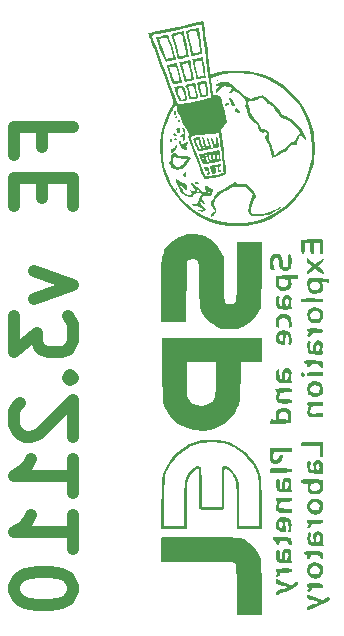
<source format=gbo>
G04 #@! TF.GenerationSoftware,KiCad,Pcbnew,5.99.0-unknown-57e35c9~88~ubuntu19.10.1*
G04 #@! TF.CreationDate,2021-10-26T01:00:46-03:00*
G04 #@! TF.ProjectId,Femtosat,46656d74-6f73-4617-942e-6b696361645f,rev?*
G04 #@! TF.SameCoordinates,Original*
G04 #@! TF.FileFunction,Legend,Bot*
G04 #@! TF.FilePolarity,Positive*
%FSLAX46Y46*%
G04 Gerber Fmt 4.6, Leading zero omitted, Abs format (unit mm)*
G04 Created by KiCad (PCBNEW 5.99.0-unknown-57e35c9~88~ubuntu19.10.1) date 2021-10-26 01:00:46*
%MOMM*%
%LPD*%
G01*
G04 APERTURE LIST*
%ADD10C,1.000000*%
G04 APERTURE END LIST*
D10*
X139152357Y-41861142D02*
X139152357Y-40194476D01*
X141771404Y-40194476D02*
X136771404Y-40194476D01*
X136771404Y-42575428D01*
X139152357Y-44480190D02*
X139152357Y-46146857D01*
X141771404Y-46861142D02*
X141771404Y-44480190D01*
X136771404Y-44480190D01*
X136771404Y-46861142D01*
X138438071Y-52337333D02*
X141771404Y-53527809D01*
X138438071Y-54718285D01*
X136771404Y-56146857D02*
X136771404Y-59242095D01*
X138676166Y-57575428D01*
X138676166Y-58289714D01*
X138914261Y-58765904D01*
X139152357Y-59003999D01*
X139628547Y-59242095D01*
X140819023Y-59242095D01*
X141295214Y-59003999D01*
X141533309Y-58765904D01*
X141771404Y-58289714D01*
X141771404Y-56861142D01*
X141533309Y-56384952D01*
X141295214Y-56146857D01*
X141295214Y-61384952D02*
X141533309Y-61623047D01*
X141771404Y-61384952D01*
X141533309Y-61146857D01*
X141295214Y-61384952D01*
X141771404Y-61384952D01*
X137247595Y-63527809D02*
X137009500Y-63765904D01*
X136771404Y-64242095D01*
X136771404Y-65432571D01*
X137009500Y-65908761D01*
X137247595Y-66146857D01*
X137723785Y-66384952D01*
X138199976Y-66384952D01*
X138914261Y-66146857D01*
X141771404Y-63289714D01*
X141771404Y-66384952D01*
X141771404Y-71146857D02*
X141771404Y-68289714D01*
X141771404Y-69718285D02*
X136771404Y-69718285D01*
X137485690Y-69242095D01*
X137961880Y-68765904D01*
X138199976Y-68289714D01*
X141771404Y-75908761D02*
X141771404Y-73051619D01*
X141771404Y-74480190D02*
X136771404Y-74480190D01*
X137485690Y-74003999D01*
X137961880Y-73527809D01*
X138199976Y-73051619D01*
X136771404Y-79003999D02*
X136771404Y-79480190D01*
X137009500Y-79956380D01*
X137247595Y-80194476D01*
X137723785Y-80432571D01*
X138676166Y-80670666D01*
X139866642Y-80670666D01*
X140819023Y-80432571D01*
X141295214Y-80194476D01*
X141533309Y-79956380D01*
X141771404Y-79480190D01*
X141771404Y-79003999D01*
X141533309Y-78527809D01*
X141295214Y-78289714D01*
X140819023Y-78051619D01*
X139866642Y-77813523D01*
X138676166Y-77813523D01*
X137723785Y-78051619D01*
X137247595Y-78289714D01*
X137009500Y-78527809D01*
X136771404Y-79003999D01*
G36*
X153201053Y-43518487D02*
G01*
X153236645Y-43606861D01*
X153241854Y-43625428D01*
X153312407Y-43905914D01*
X153332291Y-44078241D01*
X153300741Y-44165041D01*
X153216995Y-44188944D01*
X153129609Y-44174971D01*
X153070278Y-44118389D01*
X153072093Y-44101719D01*
X153134228Y-44047833D01*
X153165234Y-44019229D01*
X153161277Y-43906722D01*
X153128326Y-43824299D01*
X153064264Y-43765611D01*
X153037226Y-43786750D01*
X153042088Y-43889083D01*
X153045126Y-43899718D01*
X153034841Y-43922649D01*
X152971818Y-43836167D01*
X152949547Y-43799455D01*
X152874696Y-43651341D01*
X152885135Y-43574217D01*
X152982084Y-43532025D01*
X153131890Y-43498990D01*
X153201053Y-43518487D01*
G37*
G36*
X153332065Y-43541315D02*
G01*
X153322956Y-43499488D01*
X153426736Y-43459740D01*
X153454263Y-43454283D01*
X153653551Y-43411168D01*
X153881667Y-43357975D01*
X153938535Y-43344429D01*
X154130751Y-43302110D01*
X154252084Y-43280638D01*
X154329276Y-43303812D01*
X154322485Y-43381641D01*
X154226409Y-43469546D01*
X154160264Y-43534091D01*
X154160934Y-43685743D01*
X154206628Y-43773265D01*
X154274802Y-43797749D01*
X154308338Y-43792651D01*
X154340278Y-43867280D01*
X154315768Y-43931076D01*
X154200001Y-43977278D01*
X154138928Y-43967843D01*
X154062912Y-43888270D01*
X154015449Y-43700402D01*
X154009496Y-43665668D01*
X153955093Y-43493468D01*
X153879892Y-43458555D01*
X153863879Y-43466150D01*
X153822404Y-43546402D01*
X153852776Y-43717326D01*
X153895151Y-43880248D01*
X153907486Y-44032007D01*
X153850200Y-44101658D01*
X153713130Y-44118389D01*
X153581941Y-44103416D01*
X153506160Y-44028810D01*
X153459710Y-43853967D01*
X153451069Y-43812360D01*
X153417245Y-43706587D01*
X153576086Y-43706587D01*
X153634723Y-43871444D01*
X153666727Y-43939596D01*
X153691744Y-43944028D01*
X153700319Y-43818528D01*
X153684328Y-43685246D01*
X153634723Y-43624500D01*
X153589871Y-43634709D01*
X153576086Y-43706587D01*
X153417245Y-43706587D01*
X153395048Y-43637173D01*
X153332065Y-43541315D01*
G37*
G36*
X152440215Y-42523083D02*
G01*
X152962615Y-42523083D01*
X152977110Y-42670896D01*
X153022373Y-42864535D01*
X153083657Y-43046973D01*
X153146215Y-43161185D01*
X153187875Y-43197798D01*
X153238403Y-43186340D01*
X153231670Y-43050334D01*
X153167495Y-42792902D01*
X153104480Y-42586951D01*
X153094716Y-42562749D01*
X153302825Y-42562749D01*
X153309726Y-42722712D01*
X153311823Y-42733005D01*
X153366103Y-42918223D01*
X153425717Y-43019424D01*
X153473832Y-43020051D01*
X153493612Y-42903548D01*
X153484161Y-42763497D01*
X153450785Y-42607215D01*
X153411794Y-42530603D01*
X153344994Y-42492042D01*
X153302825Y-42562749D01*
X153094716Y-42562749D01*
X153054410Y-42462830D01*
X153014472Y-42435734D01*
X152971254Y-42484594D01*
X152962615Y-42523083D01*
X152440215Y-42523083D01*
X152443439Y-42463932D01*
X152447810Y-42460590D01*
X152548197Y-42433708D01*
X152612398Y-42426673D01*
X153592247Y-42426673D01*
X153599106Y-42583805D01*
X153634221Y-42750624D01*
X153684481Y-42940816D01*
X153731735Y-43034817D01*
X153786790Y-43060055D01*
X153810412Y-43024525D01*
X153818646Y-42893542D01*
X153804676Y-42713334D01*
X153773033Y-42534445D01*
X153733482Y-42422252D01*
X153931091Y-42422252D01*
X153939974Y-42610186D01*
X153946014Y-42645550D01*
X153984181Y-42815178D01*
X154019761Y-42904168D01*
X154027471Y-42911376D01*
X154087802Y-42914704D01*
X154110500Y-42806040D01*
X154090031Y-42608654D01*
X154086795Y-42592031D01*
X154028970Y-42412924D01*
X153968913Y-42356415D01*
X153931091Y-42422252D01*
X153733482Y-42422252D01*
X153728253Y-42407417D01*
X153702426Y-42371153D01*
X153633377Y-42346650D01*
X153592247Y-42426673D01*
X152612398Y-42426673D01*
X152721197Y-42414751D01*
X152737737Y-42413644D01*
X152920980Y-42387334D01*
X153035971Y-42347207D01*
X153053912Y-42336896D01*
X153191525Y-42294263D01*
X153388748Y-42259546D01*
X153415795Y-42256025D01*
X153664772Y-42212178D01*
X153881667Y-42157928D01*
X153886035Y-42156563D01*
X154048363Y-42124284D01*
X154145811Y-42137694D01*
X154174135Y-42204302D01*
X154211208Y-42377717D01*
X154242932Y-42611412D01*
X154287575Y-43038535D01*
X153608147Y-43195537D01*
X153426471Y-43235791D01*
X153145189Y-43290916D01*
X152928689Y-43324273D01*
X152813062Y-43329769D01*
X152751798Y-43276621D01*
X152660459Y-43129120D01*
X152565472Y-42930806D01*
X152485318Y-42724974D01*
X152468966Y-42665606D01*
X152653474Y-42665606D01*
X152674308Y-42765369D01*
X152753704Y-42967321D01*
X152828819Y-43118847D01*
X152891451Y-43178643D01*
X152911639Y-43108522D01*
X152877031Y-42913842D01*
X152872265Y-42896294D01*
X152805934Y-42735076D01*
X152731898Y-42653281D01*
X152689438Y-42642655D01*
X152653474Y-42665606D01*
X152468966Y-42665606D01*
X152438479Y-42554917D01*
X152440215Y-42523083D01*
G37*
G36*
X151960893Y-41112033D02*
G01*
X151964901Y-41108843D01*
X152063331Y-41074722D01*
X152234064Y-41039583D01*
X152473668Y-41000701D01*
X152631300Y-41536489D01*
X152652053Y-41605074D01*
X152734136Y-41842914D01*
X152807750Y-42009508D01*
X152859049Y-42072278D01*
X152869585Y-42071792D01*
X152915500Y-42039755D01*
X152919950Y-41941734D01*
X152880624Y-41755538D01*
X152795215Y-41458978D01*
X152735504Y-41242376D01*
X152699507Y-41066129D01*
X152699761Y-40984646D01*
X152724718Y-40966161D01*
X152788388Y-40989142D01*
X152853470Y-41127180D01*
X152926979Y-41392878D01*
X152997760Y-41661107D01*
X153068619Y-41849320D01*
X153135536Y-41922585D01*
X153205949Y-41894274D01*
X153223128Y-41866696D01*
X153233168Y-41703343D01*
X153182168Y-41415587D01*
X153142636Y-41224864D01*
X153129855Y-41070312D01*
X153165093Y-41033790D01*
X153211022Y-41090835D01*
X153278019Y-41252646D01*
X153342744Y-41477789D01*
X153377720Y-41623144D01*
X153427441Y-41813422D01*
X153464338Y-41906164D01*
X153501235Y-41927623D01*
X153550956Y-41904053D01*
X153571953Y-41860287D01*
X153570885Y-41695707D01*
X153528454Y-41435191D01*
X153528354Y-41434712D01*
X153484215Y-41188310D01*
X153481332Y-41060262D01*
X153519332Y-41034116D01*
X153549138Y-41060738D01*
X153613691Y-41193455D01*
X153670804Y-41393651D01*
X153705921Y-41531904D01*
X153769681Y-41674593D01*
X153824918Y-41682976D01*
X153861155Y-41561299D01*
X153867915Y-41313805D01*
X153867236Y-41170119D01*
X153882640Y-41006915D01*
X153913292Y-40943389D01*
X153915835Y-40943679D01*
X153959818Y-41014110D01*
X154007034Y-41177743D01*
X154049774Y-41390005D01*
X154080329Y-41606324D01*
X154090990Y-41782127D01*
X154074047Y-41872842D01*
X154064038Y-41880581D01*
X153944828Y-41923638D01*
X153759772Y-41958069D01*
X153723994Y-41962791D01*
X153542210Y-41995662D01*
X153435184Y-42029504D01*
X153430602Y-42032101D01*
X153313831Y-42068933D01*
X153132983Y-42103548D01*
X153118875Y-42105659D01*
X152875220Y-42149738D01*
X152624115Y-42205007D01*
X152499814Y-42233536D01*
X152385808Y-42232699D01*
X152311380Y-42156551D01*
X152229122Y-41977824D01*
X152217349Y-41950071D01*
X152097279Y-41647301D01*
X152008626Y-41387702D01*
X151977010Y-41264961D01*
X152178993Y-41264961D01*
X152192964Y-41402409D01*
X152250797Y-41599639D01*
X152333376Y-41807383D01*
X152421582Y-41976373D01*
X152496296Y-42057339D01*
X152545189Y-42058331D01*
X152571572Y-41985114D01*
X152546044Y-41810798D01*
X152467823Y-41520639D01*
X152420792Y-41378820D01*
X152332793Y-41203018D01*
X152251934Y-41158481D01*
X152182883Y-41249650D01*
X152178993Y-41264961D01*
X151977010Y-41264961D01*
X151960221Y-41199778D01*
X151960893Y-41112033D01*
G37*
G36*
X150539033Y-45369574D02*
G01*
X150579293Y-45421451D01*
X150587207Y-45496089D01*
X150555430Y-45495469D01*
X150499537Y-45409071D01*
X150494514Y-45395685D01*
X150479710Y-45324987D01*
X150539033Y-45369574D01*
G37*
G36*
X155530431Y-44850633D02*
G01*
X155616428Y-44937188D01*
X155706347Y-45001764D01*
X155863277Y-45028593D01*
X156121545Y-45020693D01*
X156532679Y-44990954D01*
X156932668Y-45479860D01*
X157045485Y-45619116D01*
X157188912Y-45807802D01*
X157257567Y-45927073D01*
X157263308Y-46000738D01*
X157217998Y-46052606D01*
X157144956Y-46155473D01*
X157060966Y-46354419D01*
X156978613Y-46609783D01*
X156907606Y-46883903D01*
X156857655Y-47139120D01*
X156838468Y-47337772D01*
X156859754Y-47442198D01*
X156881397Y-47456925D01*
X157031384Y-47493329D01*
X157270792Y-47510282D01*
X157560966Y-47508786D01*
X157863246Y-47489842D01*
X158138974Y-47454452D01*
X158349492Y-47403616D01*
X158399229Y-47385378D01*
X158623546Y-47289560D01*
X158797946Y-47196061D01*
X158829013Y-47176657D01*
X159020514Y-47073719D01*
X159240679Y-46972536D01*
X159310848Y-46944214D01*
X159447946Y-46900576D01*
X159477362Y-46914580D01*
X159410441Y-46977203D01*
X159258532Y-47079423D01*
X159032979Y-47212218D01*
X158745131Y-47366565D01*
X158491258Y-47494066D01*
X158253430Y-47597470D01*
X158043986Y-47657835D01*
X157810971Y-47689364D01*
X157502429Y-47706258D01*
X157212914Y-47712009D01*
X156920700Y-47689694D01*
X156729709Y-47617986D01*
X156630062Y-47480513D01*
X156611878Y-47260903D01*
X156665279Y-46942787D01*
X156780384Y-46509791D01*
X156962712Y-45876030D01*
X156713868Y-45572348D01*
X156618654Y-45458695D01*
X156504552Y-45348232D01*
X156379999Y-45284974D01*
X156201572Y-45249675D01*
X155925849Y-45223090D01*
X155695850Y-45205294D01*
X155493094Y-45204071D01*
X155330820Y-45237635D01*
X155155172Y-45318540D01*
X154912288Y-45459340D01*
X154861934Y-45489009D01*
X154633804Y-45617137D01*
X154455954Y-45707169D01*
X154363328Y-45741167D01*
X154268875Y-45766651D01*
X154101732Y-45894460D01*
X153939207Y-46099374D01*
X153812500Y-46347072D01*
X153766461Y-46471498D01*
X153724620Y-46629403D01*
X153736719Y-46744499D01*
X153801594Y-46872944D01*
X153803353Y-46875930D01*
X153904513Y-47132113D01*
X153874889Y-47357347D01*
X153710706Y-47581038D01*
X153582340Y-47703150D01*
X153475685Y-47774052D01*
X153432022Y-47737192D01*
X153436008Y-47593250D01*
X153485553Y-47444373D01*
X153617084Y-47376676D01*
X153657037Y-47369299D01*
X153760395Y-47304054D01*
X153741289Y-47181565D01*
X153599445Y-46995886D01*
X153577255Y-46971189D01*
X153469232Y-46822983D01*
X153427739Y-46714385D01*
X153427850Y-46712524D01*
X153466011Y-46578237D01*
X153554548Y-46375285D01*
X153672213Y-46143318D01*
X153797758Y-45921985D01*
X153909936Y-45750937D01*
X153987500Y-45669823D01*
X154233265Y-45556633D01*
X154535672Y-45404101D01*
X154830440Y-45244382D01*
X155077307Y-45099368D01*
X155236014Y-44990950D01*
X155326769Y-44918260D01*
X155448445Y-44842265D01*
X155530431Y-44850633D01*
G37*
G36*
X152374418Y-44844798D02*
G01*
X152435278Y-44934685D01*
X152405533Y-44995650D01*
X152300788Y-45024665D01*
X152178277Y-44995444D01*
X152099786Y-44912139D01*
X152119756Y-44851750D01*
X152253010Y-44823944D01*
X152374418Y-44844798D01*
G37*
G36*
X151729723Y-45600055D02*
G01*
X151705303Y-45594796D01*
X151659167Y-45515389D01*
X151673921Y-45466302D01*
X151743834Y-45515389D01*
X151795780Y-45553846D01*
X151951336Y-45600055D01*
X152027769Y-45592454D01*
X152056840Y-45570657D01*
X152223612Y-45570657D01*
X152264338Y-45647749D01*
X152348882Y-45635902D01*
X152419109Y-45542729D01*
X152417613Y-45499968D01*
X152335324Y-45458944D01*
X152280420Y-45473464D01*
X152223612Y-45570657D01*
X152056840Y-45570657D01*
X152118336Y-45524547D01*
X152093318Y-45400272D01*
X151952651Y-45236787D01*
X151899620Y-45187345D01*
X151778210Y-45053796D01*
X151729723Y-44966050D01*
X151739580Y-44921880D01*
X151813818Y-44894371D01*
X151927554Y-44948541D01*
X152040735Y-45070889D01*
X152151487Y-45192930D01*
X152266398Y-45247278D01*
X152315365Y-45260889D01*
X152456113Y-45350887D01*
X152619297Y-45497306D01*
X152796893Y-45652292D01*
X152921667Y-45694841D01*
X152979860Y-45615635D01*
X152967584Y-45415587D01*
X152956420Y-45338645D01*
X152975662Y-45202191D01*
X153070671Y-45184412D01*
X153242513Y-45284799D01*
X153350333Y-45347307D01*
X153502933Y-45388389D01*
X153579548Y-45395181D01*
X153647620Y-45448683D01*
X153636658Y-45575364D01*
X153549327Y-45798800D01*
X153460590Y-45975222D01*
X153388740Y-46047205D01*
X153317882Y-46023936D01*
X153220640Y-45992803D01*
X153047718Y-45998873D01*
X152859764Y-46039004D01*
X152708824Y-46101501D01*
X152646945Y-46174673D01*
X152650785Y-46194512D01*
X152714373Y-46312896D01*
X152831367Y-46469137D01*
X152858446Y-46502125D01*
X152951249Y-46650037D01*
X152929063Y-46717220D01*
X152913764Y-46719256D01*
X152805960Y-46668722D01*
X152676623Y-46543509D01*
X152667576Y-46532467D01*
X152564227Y-46415762D01*
X152519355Y-46403017D01*
X152508371Y-46485798D01*
X152519648Y-46542122D01*
X152606940Y-46699849D01*
X152752778Y-46870055D01*
X152768990Y-46885781D01*
X152923371Y-47042364D01*
X152984110Y-47137812D01*
X152959790Y-47204992D01*
X152858995Y-47276776D01*
X152796950Y-47309583D01*
X152668132Y-47322921D01*
X152488578Y-47258004D01*
X152258889Y-47151346D01*
X152572418Y-47190109D01*
X152701532Y-47205319D01*
X152817610Y-47208860D01*
X152830244Y-47175046D01*
X152762193Y-47092125D01*
X152627567Y-46990609D01*
X152431025Y-46912717D01*
X152247901Y-46875110D01*
X152011945Y-46826770D01*
X151864498Y-46782369D01*
X151807155Y-46724400D01*
X151878810Y-46677619D01*
X152073483Y-46658389D01*
X152151582Y-46657722D01*
X152289194Y-46636683D01*
X152354289Y-46555871D01*
X152391975Y-46375174D01*
X152400200Y-46331665D01*
X152473263Y-46114424D01*
X152573773Y-45955450D01*
X152657978Y-45866143D01*
X152665459Y-45813066D01*
X152571195Y-45774796D01*
X152439650Y-45753437D01*
X152230538Y-45776419D01*
X152052704Y-45850035D01*
X151960486Y-45957983D01*
X151947908Y-45995864D01*
X151832187Y-46112077D01*
X151625949Y-46122291D01*
X151331673Y-46026237D01*
X151058841Y-45873806D01*
X150854579Y-45659943D01*
X150779554Y-45406983D01*
X150754691Y-45291236D01*
X150676370Y-45179801D01*
X150636624Y-45141657D01*
X150554506Y-45005277D01*
X150481544Y-44830485D01*
X150438316Y-44670756D01*
X150445400Y-44579564D01*
X150483993Y-44551123D01*
X150539491Y-44559632D01*
X150639643Y-44625622D01*
X150816610Y-44765175D01*
X150921029Y-44843221D01*
X151065314Y-44928323D01*
X151141886Y-44941410D01*
X151219715Y-44936367D01*
X151322158Y-45018538D01*
X151410139Y-45149912D01*
X151447500Y-45289327D01*
X151444760Y-45353203D01*
X151401277Y-45470903D01*
X151309264Y-45458368D01*
X151174386Y-45315063D01*
X151153550Y-45288056D01*
X151023739Y-45158765D01*
X150916221Y-45106167D01*
X150832424Y-45128011D01*
X150831989Y-45212398D01*
X150948853Y-45348805D01*
X151030156Y-45452046D01*
X151051241Y-45560714D01*
X151069782Y-45607443D01*
X151178063Y-45701566D01*
X151343879Y-45808356D01*
X151525012Y-45903866D01*
X151679242Y-45964144D01*
X151764351Y-45965242D01*
X151789232Y-45916513D01*
X151800567Y-45786924D01*
X151785306Y-45697836D01*
X153149361Y-45697836D01*
X153246667Y-45741167D01*
X153295291Y-45733697D01*
X153352500Y-45674775D01*
X153345216Y-45635698D01*
X153273904Y-45564186D01*
X153185953Y-45578455D01*
X153166797Y-45600423D01*
X153149361Y-45697836D01*
X151785306Y-45697836D01*
X151778539Y-45658328D01*
X151729723Y-45600055D01*
G37*
G36*
X151297309Y-43996359D02*
G01*
X151354101Y-44099340D01*
X151341467Y-44260131D01*
X151319594Y-44312322D01*
X151227840Y-44394821D01*
X151136295Y-44367750D01*
X151094723Y-44235981D01*
X151104635Y-44125273D01*
X151141760Y-44024315D01*
X151199150Y-43984321D01*
X151297309Y-43996359D01*
G37*
G36*
X150060158Y-42790550D02*
G01*
X150053648Y-42679720D01*
X150144322Y-42493291D01*
X150265681Y-42388010D01*
X150407230Y-42371108D01*
X150558843Y-42488193D01*
X150695396Y-42594346D01*
X150953915Y-42661730D01*
X151242415Y-42612641D01*
X151338782Y-42581234D01*
X151470679Y-42586403D01*
X151603298Y-42690606D01*
X151608604Y-42695913D01*
X151708085Y-42806852D01*
X151710922Y-42882652D01*
X151620784Y-42985114D01*
X151543000Y-43072552D01*
X151394937Y-43259408D01*
X151237222Y-43475301D01*
X151100329Y-43655943D01*
X150985351Y-43759683D01*
X150907612Y-43756713D01*
X150839785Y-43726949D01*
X150680865Y-43776067D01*
X150662385Y-43787309D01*
X150534679Y-43826780D01*
X150410753Y-43755565D01*
X150313511Y-43683985D01*
X150152541Y-43599352D01*
X150083061Y-43555726D01*
X150061416Y-43449382D01*
X150062983Y-43379678D01*
X149982011Y-43279373D01*
X149923000Y-43242507D01*
X149902664Y-43183598D01*
X149982268Y-43080877D01*
X150011828Y-43034910D01*
X150248056Y-43034910D01*
X150266979Y-43209483D01*
X150367137Y-43412262D01*
X150532280Y-43513710D01*
X150738376Y-43510228D01*
X150961394Y-43398217D01*
X151177303Y-43174079D01*
X151388190Y-42883667D01*
X150969923Y-42848389D01*
X150784218Y-42825386D01*
X150571195Y-42778839D01*
X150446281Y-42725529D01*
X150394693Y-42688768D01*
X150308733Y-42682966D01*
X150262101Y-42794838D01*
X150248056Y-43034910D01*
X150011828Y-43034910D01*
X150043763Y-42985249D01*
X150060158Y-42790550D01*
G37*
G36*
X150600834Y-41738702D02*
G01*
X150600757Y-41741418D01*
X150554966Y-41849781D01*
X150448034Y-42007401D01*
X150314104Y-42172147D01*
X150187315Y-42301890D01*
X150101808Y-42354500D01*
X150058794Y-42310734D01*
X150036389Y-42178111D01*
X150066356Y-42043763D01*
X150176156Y-42001722D01*
X150273522Y-41971121D01*
X150360194Y-41825333D01*
X150393680Y-41745179D01*
X150479103Y-41661471D01*
X150562985Y-41653973D01*
X150600834Y-41738702D01*
G37*
G36*
X150850182Y-41261873D02*
G01*
X150883056Y-41397836D01*
X150884699Y-41446638D01*
X150932381Y-41587933D01*
X151048535Y-41607793D01*
X151236606Y-41507283D01*
X151374267Y-41417607D01*
X151449311Y-41405166D01*
X151491919Y-41470934D01*
X151496418Y-41554521D01*
X151406096Y-41679977D01*
X151373144Y-41705171D01*
X151315954Y-41788678D01*
X151373090Y-41891244D01*
X151422669Y-41970377D01*
X151410137Y-42056733D01*
X151298248Y-42078750D01*
X151107919Y-42025810D01*
X151104492Y-42024343D01*
X150928852Y-41897113D01*
X150784122Y-41705497D01*
X150698470Y-41498021D01*
X150700065Y-41323208D01*
X150702873Y-41316135D01*
X150777267Y-41229397D01*
X150850182Y-41261873D01*
G37*
G36*
X150134642Y-41171984D02*
G01*
X150165035Y-41272681D01*
X150152599Y-41317295D01*
X150081684Y-41408152D01*
X150003007Y-41405490D01*
X149965834Y-41302046D01*
X149985243Y-41214406D01*
X150076840Y-41155055D01*
X150134642Y-41171984D01*
G37*
G36*
X150473801Y-41096793D02*
G01*
X150530278Y-41190333D01*
X150517985Y-41239689D01*
X150424445Y-41296167D01*
X150375089Y-41283874D01*
X150318612Y-41190333D01*
X150330904Y-41140977D01*
X150424445Y-41084500D01*
X150473801Y-41096793D01*
G37*
G36*
X150516167Y-40745833D02*
G01*
X150587291Y-40839290D01*
X150575151Y-40918970D01*
X150442804Y-40930657D01*
X150341763Y-40891284D01*
X150261242Y-40784639D01*
X150260290Y-40779225D01*
X150289116Y-40682085D01*
X150389483Y-40668660D01*
X150516167Y-40745833D01*
G37*
G36*
X151142943Y-40240641D02*
G01*
X151213721Y-40396583D01*
X151259173Y-40607246D01*
X151276128Y-40870968D01*
X151259835Y-41114799D01*
X151210507Y-41280065D01*
X151191164Y-41306510D01*
X151111776Y-41337748D01*
X151057866Y-41270877D01*
X151064379Y-41139510D01*
X151081820Y-41071609D01*
X151054612Y-41021094D01*
X150926138Y-41040959D01*
X150923053Y-41041728D01*
X150783354Y-41053682D01*
X150741945Y-40987660D01*
X150781857Y-40913519D01*
X150910551Y-40845813D01*
X151043993Y-40783227D01*
X151132472Y-40636720D01*
X151094470Y-40449027D01*
X151055088Y-40362450D01*
X151024167Y-40242472D01*
X151029647Y-40193191D01*
X151073792Y-40166508D01*
X151142943Y-40240641D01*
G37*
G36*
X150830666Y-40222817D02*
G01*
X150856865Y-40338088D01*
X150833667Y-40491833D01*
X150785865Y-40601890D01*
X150701830Y-40701954D01*
X150630773Y-40704371D01*
X150600834Y-40596491D01*
X150586825Y-40508842D01*
X150530278Y-40449500D01*
X150498527Y-40438344D01*
X150459723Y-40345881D01*
X150472501Y-40297635D01*
X150558419Y-40280135D01*
X150607722Y-40288417D01*
X150707494Y-40236496D01*
X150772562Y-40181417D01*
X150830666Y-40222817D01*
G37*
G36*
X150808181Y-39553747D02*
G01*
X150800294Y-39705466D01*
X150770111Y-39763835D01*
X150675926Y-39747464D01*
X150654009Y-39733023D01*
X150610716Y-39666845D01*
X150673347Y-39565196D01*
X150757205Y-39504309D01*
X150808181Y-39553747D01*
G37*
G36*
X150601552Y-39233764D02*
G01*
X150605278Y-39318459D01*
X150507869Y-39378653D01*
X150432349Y-39374019D01*
X150433385Y-39287477D01*
X150466071Y-39231408D01*
X150544263Y-39195921D01*
X150601552Y-39233764D01*
G37*
G36*
X150465173Y-38904368D02*
G01*
X150477325Y-39061649D01*
X150426302Y-39158237D01*
X150327420Y-39149666D01*
X150291562Y-39081463D01*
X150337404Y-38919487D01*
X150421430Y-38735069D01*
X150465173Y-38904368D01*
G37*
G36*
X155647476Y-38581774D02*
G01*
X155776973Y-38729272D01*
X155793710Y-38752786D01*
X155862791Y-38894449D01*
X155829106Y-38988894D01*
X155805068Y-39005489D01*
X155697293Y-38993969D01*
X155582443Y-38905414D01*
X155500745Y-38779577D01*
X155492427Y-38656209D01*
X155557277Y-38560240D01*
X155647476Y-38581774D01*
G37*
G36*
X154960326Y-38120727D02*
G01*
X154961590Y-38201686D01*
X154840184Y-38312702D01*
X154837643Y-38314283D01*
X154714413Y-38359709D01*
X154620464Y-38295101D01*
X154599152Y-38267021D01*
X154590495Y-38191967D01*
X154702641Y-38130156D01*
X154854714Y-38094146D01*
X154960326Y-38120727D01*
G37*
G36*
X155113048Y-37673807D02*
G01*
X155205273Y-37821305D01*
X155286202Y-37976019D01*
X155380150Y-38108567D01*
X155384841Y-38113606D01*
X155453935Y-38236025D01*
X155464093Y-38351905D01*
X155409547Y-38403389D01*
X155345213Y-38376214D01*
X155244328Y-38285222D01*
X155165495Y-38178667D01*
X155153218Y-38107856D01*
X155154710Y-38069718D01*
X155082817Y-37981471D01*
X155026520Y-37915014D01*
X154975278Y-37759750D01*
X154979677Y-37704292D01*
X155029179Y-37632482D01*
X155113048Y-37673807D01*
G37*
G36*
X156424705Y-38023244D02*
G01*
X156357879Y-37872430D01*
X156203859Y-37681049D01*
X155950329Y-37426350D01*
X155815827Y-37309456D01*
X155564131Y-37162397D01*
X155350335Y-37139179D01*
X155184463Y-37242212D01*
X155108148Y-37305568D01*
X155017074Y-37273681D01*
X155014603Y-37271148D01*
X154994082Y-37185228D01*
X155096902Y-37076663D01*
X155166617Y-37013271D01*
X155204112Y-36901775D01*
X155103158Y-36813695D01*
X154864368Y-36749895D01*
X154662952Y-36733313D01*
X154490683Y-36775697D01*
X154282285Y-36894898D01*
X154202326Y-36951444D01*
X154046356Y-37098664D01*
X153987500Y-37220641D01*
X153974093Y-37289970D01*
X153916945Y-37309778D01*
X153868787Y-37259747D01*
X153846127Y-37112331D01*
X153907066Y-36938097D01*
X154040417Y-36784626D01*
X154234445Y-36635760D01*
X154022778Y-36655269D01*
X153924615Y-36660204D01*
X153799776Y-36638138D01*
X153796270Y-36581909D01*
X153907897Y-36505216D01*
X154128457Y-36421758D01*
X154279312Y-36379808D01*
X154616817Y-36328104D01*
X154900128Y-36369725D01*
X155169136Y-36515229D01*
X155463732Y-36775176D01*
X155467342Y-36778780D01*
X155734925Y-37023048D01*
X156054402Y-37282719D01*
X156357404Y-37502175D01*
X156854636Y-37832734D01*
X157196914Y-37659450D01*
X157286460Y-37615571D01*
X157581221Y-37505888D01*
X157817391Y-37497380D01*
X158031406Y-37594992D01*
X158259697Y-37803667D01*
X158403472Y-37946458D01*
X158557356Y-38072593D01*
X158655824Y-38121167D01*
X158684986Y-38129619D01*
X158800802Y-38221119D01*
X158951651Y-38385640D01*
X159109904Y-38588705D01*
X159247933Y-38795840D01*
X159338110Y-38972567D01*
X159387211Y-39058871D01*
X159530620Y-39169334D01*
X159783145Y-39268377D01*
X160189315Y-39454670D01*
X160619660Y-39794757D01*
X161020898Y-40272580D01*
X161392804Y-40887911D01*
X161446260Y-40999756D01*
X161504784Y-41176297D01*
X161503866Y-41277965D01*
X161447103Y-41285563D01*
X161338092Y-41179898D01*
X161200360Y-41039678D01*
X161057524Y-40944872D01*
X160946577Y-40915447D01*
X160901945Y-40968119D01*
X160871070Y-41098040D01*
X160796546Y-41270463D01*
X160722853Y-41448366D01*
X160690713Y-41601545D01*
X160679375Y-41666340D01*
X160605703Y-41710217D01*
X160431311Y-41707379D01*
X160322604Y-41701162D01*
X160201539Y-41724894D01*
X160103754Y-41815349D01*
X159984976Y-42001722D01*
X159870578Y-42175370D01*
X159748525Y-42287965D01*
X159613993Y-42319222D01*
X159591102Y-42320495D01*
X159410894Y-42381393D01*
X159231301Y-42505813D01*
X159215515Y-42520129D01*
X159012509Y-42657659D01*
X158802917Y-42740725D01*
X158802636Y-42740784D01*
X158646905Y-42763580D01*
X158584811Y-42721214D01*
X158573612Y-42584579D01*
X158553578Y-42378966D01*
X158469912Y-42039739D01*
X158340352Y-41695271D01*
X158185895Y-41409212D01*
X158097561Y-41272637D01*
X158023896Y-41110993D01*
X158033660Y-40989178D01*
X158121912Y-40865196D01*
X158142817Y-40840288D01*
X158194450Y-40705029D01*
X158128886Y-40621850D01*
X157965881Y-40621594D01*
X157877112Y-40633538D01*
X157663143Y-40576502D01*
X157494204Y-40413100D01*
X157401430Y-40168335D01*
X157382150Y-40072991D01*
X157301003Y-39911480D01*
X157137365Y-39806373D01*
X157047282Y-39750385D01*
X156867702Y-39565582D01*
X156701168Y-39318422D01*
X156578157Y-39057716D01*
X156529149Y-38832278D01*
X156504664Y-38704077D01*
X156410111Y-38531731D01*
X156369632Y-38483405D01*
X156330267Y-38373391D01*
X156385044Y-38229513D01*
X156387925Y-38222836D01*
X156598056Y-38222836D01*
X156598330Y-38244424D01*
X156620897Y-38415401D01*
X156668612Y-38509222D01*
X156713553Y-38577362D01*
X156739167Y-38727864D01*
X156764905Y-38896147D01*
X156878743Y-39169498D01*
X157052879Y-39424490D01*
X157253541Y-39603625D01*
X157421991Y-39747507D01*
X157587669Y-40041829D01*
X157603153Y-40084462D01*
X157682744Y-40255184D01*
X157780568Y-40335996D01*
X157940163Y-40367070D01*
X158082991Y-40387096D01*
X158265247Y-40462166D01*
X158342420Y-40607240D01*
X158336097Y-40848571D01*
X158323704Y-41000657D01*
X158356112Y-41213034D01*
X158468167Y-41451029D01*
X158519122Y-41549214D01*
X158638415Y-41838312D01*
X158724456Y-42125194D01*
X158761471Y-42272086D01*
X158815232Y-42433050D01*
X158856126Y-42495611D01*
X158921560Y-42459080D01*
X159032492Y-42354202D01*
X159050741Y-42335831D01*
X159219297Y-42223999D01*
X159431012Y-42139943D01*
X159647001Y-42045696D01*
X159809331Y-41858683D01*
X159882704Y-41743077D01*
X160044966Y-41575299D01*
X160218473Y-41470692D01*
X160362368Y-41458798D01*
X160395688Y-41460147D01*
X160496774Y-41367793D01*
X160619760Y-41139860D01*
X160692581Y-40998209D01*
X160808519Y-40830177D01*
X160905580Y-40751215D01*
X160927309Y-40745272D01*
X160987801Y-40711227D01*
X160976950Y-40637885D01*
X160892837Y-40485186D01*
X160675669Y-40194922D01*
X160370168Y-39898603D01*
X160031237Y-39648840D01*
X159706521Y-39485769D01*
X159669359Y-39472458D01*
X159481347Y-39391084D01*
X159334796Y-39286247D01*
X159192519Y-39124948D01*
X159017325Y-38874184D01*
X158889739Y-38693863D01*
X158659577Y-38428792D01*
X158458734Y-38279033D01*
X158419576Y-38259708D01*
X158278060Y-38176063D01*
X158220834Y-38117720D01*
X158218591Y-38108064D01*
X158156169Y-38016850D01*
X158034824Y-37883843D01*
X157892861Y-37762365D01*
X157748298Y-37710550D01*
X157569571Y-37737457D01*
X157313545Y-37840494D01*
X157227779Y-37876304D01*
X156992249Y-37950513D01*
X156802018Y-37980055D01*
X156672355Y-37991982D01*
X156610627Y-38058598D01*
X156598056Y-38222836D01*
X156387925Y-38222836D01*
X156416650Y-38156241D01*
X156424705Y-38023244D01*
G37*
G36*
X153813186Y-36221258D02*
G01*
X153822871Y-36263204D01*
X153812530Y-36271648D01*
X153728797Y-36263204D01*
X153717759Y-36241982D01*
X153775834Y-36216167D01*
X153813186Y-36221258D01*
G37*
G36*
X154003468Y-36146420D02*
G01*
X154058056Y-36176725D01*
X154054809Y-36188043D01*
X153987500Y-36251444D01*
X153960170Y-36262469D01*
X153916945Y-36220331D01*
X153919656Y-36199851D01*
X153987500Y-36145611D01*
X154003468Y-36146420D01*
G37*
G36*
X150341625Y-36804635D02*
G01*
X150352827Y-36798564D01*
X150460918Y-36764410D01*
X150640299Y-36718835D01*
X150745913Y-36694176D01*
X150935296Y-36659907D01*
X151058606Y-36677024D01*
X151141879Y-36766648D01*
X151211153Y-36949903D01*
X151292465Y-37247912D01*
X151326338Y-37378282D01*
X151386982Y-37627939D01*
X151424181Y-37805522D01*
X151430917Y-37879046D01*
X151359235Y-37912334D01*
X151200865Y-37951594D01*
X151014853Y-37982306D01*
X150855999Y-37995722D01*
X150779101Y-37983095D01*
X150739736Y-37901084D01*
X150667435Y-37725515D01*
X150579425Y-37498349D01*
X150489272Y-37256133D01*
X150410543Y-37035411D01*
X150391822Y-36978739D01*
X150617142Y-36978739D01*
X150623897Y-37121658D01*
X150676865Y-37330027D01*
X150782195Y-37594551D01*
X150904137Y-37773294D01*
X151027328Y-37838944D01*
X151134035Y-37818270D01*
X151201796Y-37724881D01*
X151199250Y-37540363D01*
X151129369Y-37247492D01*
X151073556Y-37073530D01*
X151009730Y-36917257D01*
X150966244Y-36860775D01*
X150900260Y-36873618D01*
X150751946Y-36901961D01*
X150697238Y-36914929D01*
X150617142Y-36978739D01*
X150391822Y-36978739D01*
X150356805Y-36872730D01*
X150341625Y-36804635D01*
G37*
G36*
X151278678Y-36710055D02*
G01*
X151255297Y-36708740D01*
X151231913Y-36679553D01*
X151305302Y-36624918D01*
X151446141Y-36561955D01*
X151625108Y-36507785D01*
X151725519Y-36484754D01*
X151953694Y-36442338D01*
X152082996Y-36447087D01*
X152141072Y-36504946D01*
X152155569Y-36621861D01*
X152165839Y-36741335D01*
X152203514Y-36976309D01*
X152258900Y-37238197D01*
X152299521Y-37437200D01*
X152320652Y-37618752D01*
X152309304Y-37706202D01*
X152284535Y-37721381D01*
X152157331Y-37759865D01*
X151977981Y-37791703D01*
X151794030Y-37811218D01*
X151653018Y-37812735D01*
X151602489Y-37790578D01*
X151604940Y-37750971D01*
X151581567Y-37599043D01*
X151529861Y-37385331D01*
X151461770Y-37149704D01*
X151389244Y-36932036D01*
X151338217Y-36806585D01*
X151533287Y-36806585D01*
X151565264Y-36952760D01*
X151635457Y-37205010D01*
X151702097Y-37427493D01*
X151763769Y-37559555D01*
X151839468Y-37615614D01*
X151952957Y-37627278D01*
X152012426Y-37625434D01*
X152108674Y-37597348D01*
X152146954Y-37514316D01*
X152133091Y-37349593D01*
X152072908Y-37076438D01*
X152068883Y-37059843D01*
X152008645Y-36838114D01*
X151947787Y-36723125D01*
X151858277Y-36685226D01*
X151712084Y-36694765D01*
X151602592Y-36708505D01*
X151544178Y-36735496D01*
X151533287Y-36806585D01*
X151338217Y-36806585D01*
X151324230Y-36772196D01*
X151278678Y-36710055D01*
G37*
G36*
X152265062Y-36501459D02*
G01*
X152243051Y-36450948D01*
X152282705Y-36409824D01*
X152409008Y-36363184D01*
X152646945Y-36296123D01*
X152819353Y-36252081D01*
X152958285Y-36242245D01*
X153040716Y-36302945D01*
X153092906Y-36457117D01*
X153141116Y-36727694D01*
X153146984Y-36763529D01*
X153199653Y-37089291D01*
X153224996Y-37304522D01*
X153215917Y-37436012D01*
X153165325Y-37510550D01*
X153066124Y-37554928D01*
X152911222Y-37595934D01*
X152793839Y-37623295D01*
X152626807Y-37647914D01*
X152550161Y-37637684D01*
X152549218Y-37635802D01*
X152523554Y-37540593D01*
X152482801Y-37348242D01*
X152435338Y-37098111D01*
X152433819Y-37089743D01*
X152379734Y-36832399D01*
X152323454Y-36626829D01*
X152314402Y-36605436D01*
X152505834Y-36605436D01*
X152508834Y-36645585D01*
X152532418Y-36800386D01*
X152571344Y-37008531D01*
X152615818Y-37221913D01*
X152656048Y-37392426D01*
X152682239Y-37471962D01*
X152747630Y-37473222D01*
X152892520Y-37444928D01*
X152897845Y-37443589D01*
X153003081Y-37409076D01*
X153052872Y-37349163D01*
X153059457Y-37225697D01*
X153035075Y-37000522D01*
X153011304Y-36834486D01*
X152973488Y-36638634D01*
X152939924Y-36533667D01*
X152846658Y-36485611D01*
X152699887Y-36487376D01*
X152564991Y-36530837D01*
X152505834Y-36605436D01*
X152314402Y-36605436D01*
X152276925Y-36516863D01*
X152265062Y-36501459D01*
G37*
G36*
X149684455Y-34973729D02*
G01*
X149713999Y-34937275D01*
X149848115Y-34877179D01*
X150054028Y-34824248D01*
X150197290Y-34797032D01*
X150390351Y-34761544D01*
X150495995Y-34743769D01*
X150502031Y-34744159D01*
X150537893Y-34782721D01*
X150587185Y-34891895D01*
X150654232Y-35084897D01*
X150743361Y-35374941D01*
X150858899Y-35775242D01*
X151005172Y-36299014D01*
X150997633Y-36374996D01*
X150903742Y-36428927D01*
X150695859Y-36473733D01*
X150580726Y-36492320D01*
X150393399Y-36520265D01*
X150292519Y-36531998D01*
X150252221Y-36477189D01*
X150176202Y-36319283D01*
X150077915Y-36089697D01*
X149969700Y-35820066D01*
X149863904Y-35542020D01*
X149772868Y-35287194D01*
X149717508Y-35114028D01*
X149895278Y-35114028D01*
X149898477Y-35125718D01*
X149935915Y-35235558D01*
X150006535Y-35434530D01*
X150099135Y-35690938D01*
X150143852Y-35812334D01*
X150238067Y-36045228D01*
X150315686Y-36181596D01*
X150395371Y-36248899D01*
X150495786Y-36274599D01*
X150640291Y-36274283D01*
X150749928Y-36236405D01*
X150756491Y-36224573D01*
X150757293Y-36103065D01*
X150720322Y-35888444D01*
X150650800Y-35613528D01*
X150617112Y-35497274D01*
X150541110Y-35261396D01*
X150476362Y-35125091D01*
X150406779Y-35060826D01*
X150316273Y-35041072D01*
X150266489Y-35039631D01*
X150099306Y-35051337D01*
X149956046Y-35079519D01*
X149895278Y-35114028D01*
X149717508Y-35114028D01*
X149708938Y-35087219D01*
X149684455Y-34973729D01*
G37*
G36*
X150778040Y-34760251D02*
G01*
X150766212Y-34695956D01*
X150820591Y-34682060D01*
X150978006Y-34642317D01*
X151200556Y-34586327D01*
X151400561Y-34540432D01*
X151585315Y-34508101D01*
X151676806Y-34505563D01*
X151712896Y-34571977D01*
X151732132Y-34721025D01*
X151740905Y-34815305D01*
X151780518Y-35047639D01*
X151845220Y-35357612D01*
X151927533Y-35710158D01*
X152019973Y-36070212D01*
X152009645Y-36122620D01*
X151898589Y-36191844D01*
X151660974Y-36260167D01*
X151497701Y-36294234D01*
X151323408Y-36320224D01*
X151243049Y-36317456D01*
X151236183Y-36303972D01*
X151196246Y-36189771D01*
X151132156Y-35986910D01*
X151053302Y-35727320D01*
X150969074Y-35442929D01*
X150888861Y-35165668D01*
X150822988Y-34930799D01*
X151019460Y-34930799D01*
X151050226Y-35123727D01*
X151132816Y-35435501D01*
X151159470Y-35526322D01*
X151237363Y-35781943D01*
X151300071Y-35973794D01*
X151335988Y-36065866D01*
X151385762Y-36093491D01*
X151523280Y-36095110D01*
X151674579Y-36058845D01*
X151770335Y-35995869D01*
X151775314Y-35973925D01*
X151768252Y-35836738D01*
X151736353Y-35611543D01*
X151684257Y-35334016D01*
X151658246Y-35215997D01*
X151593180Y-34971123D01*
X151532271Y-34802997D01*
X151485937Y-34742684D01*
X151412020Y-34753921D01*
X151218919Y-34794285D01*
X151048616Y-34839636D01*
X151038861Y-34844980D01*
X151019460Y-34930799D01*
X150822988Y-34930799D01*
X150822053Y-34927465D01*
X150778040Y-34760251D01*
G37*
G36*
X151885034Y-34527508D02*
G01*
X151870834Y-34437942D01*
X151871462Y-34433756D01*
X151943939Y-34394633D01*
X152100139Y-34374689D01*
X152303195Y-34354777D01*
X152505834Y-34311167D01*
X152632262Y-34272472D01*
X152727022Y-34247644D01*
X152729413Y-34247754D01*
X152757540Y-34303229D01*
X152794465Y-34463743D01*
X152841721Y-34738115D01*
X152900844Y-35135166D01*
X152973366Y-35663716D01*
X153017355Y-35993209D01*
X152673400Y-36050102D01*
X152522015Y-36074909D01*
X152335882Y-36099233D01*
X152238322Y-36090822D01*
X152196550Y-36042992D01*
X152177783Y-35949059D01*
X152169271Y-35899707D01*
X152132374Y-35711092D01*
X152077151Y-35444531D01*
X152012002Y-35140974D01*
X151978352Y-34985170D01*
X151930442Y-34756118D01*
X152097113Y-34756118D01*
X152128425Y-34943455D01*
X152189397Y-35241415D01*
X152238237Y-35477019D01*
X152290796Y-35707105D01*
X152337177Y-35838035D01*
X152391682Y-35892391D01*
X152468614Y-35892753D01*
X152582274Y-35861701D01*
X152598517Y-35857006D01*
X152752511Y-35808318D01*
X152826329Y-35777371D01*
X152828176Y-35762779D01*
X152817874Y-35642827D01*
X152789614Y-35430141D01*
X152747602Y-35157833D01*
X152729095Y-35044228D01*
X152688235Y-34792086D01*
X152659552Y-34613161D01*
X152648355Y-34540472D01*
X152590481Y-34529987D01*
X152439076Y-34541573D01*
X152241250Y-34572627D01*
X152202673Y-34580027D01*
X152132083Y-34602186D01*
X152097615Y-34651622D01*
X152097113Y-34756118D01*
X151930442Y-34756118D01*
X151923127Y-34721141D01*
X151885034Y-34527508D01*
G37*
G36*
X148787629Y-32575727D02*
G01*
X148856675Y-32555677D01*
X149026630Y-32513411D01*
X149260278Y-32458226D01*
X149493518Y-32405392D01*
X149688529Y-32363454D01*
X149789445Y-32344619D01*
X149797374Y-32351015D01*
X149844381Y-32450386D01*
X149918711Y-32648465D01*
X150011524Y-32917420D01*
X150113980Y-33229416D01*
X150217239Y-33556619D01*
X150312463Y-33871196D01*
X150390810Y-34145312D01*
X150443443Y-34351134D01*
X150461520Y-34460827D01*
X150461402Y-34461650D01*
X150393790Y-34493106D01*
X150232104Y-34533906D01*
X150020637Y-34575338D01*
X149803678Y-34608691D01*
X149625521Y-34625254D01*
X149615051Y-34622014D01*
X149545330Y-34529552D01*
X149440656Y-34320232D01*
X149307635Y-34008272D01*
X149152872Y-33607889D01*
X149078034Y-33405498D01*
X148959292Y-33079807D01*
X148865925Y-32817728D01*
X148832833Y-32720722D01*
X149064647Y-32720722D01*
X149084083Y-32801873D01*
X149142362Y-32987260D01*
X149231054Y-33251034D01*
X149341729Y-33567347D01*
X149637028Y-34397087D01*
X149913091Y-34360059D01*
X150093176Y-34331525D01*
X150209947Y-34282540D01*
X150233093Y-34188177D01*
X150188558Y-34016033D01*
X150173074Y-33966325D01*
X150108210Y-33754516D01*
X150022522Y-33471570D01*
X149930312Y-33164639D01*
X149886441Y-33025332D01*
X149796802Y-32780943D01*
X149717564Y-32613875D01*
X149661703Y-32553641D01*
X149626382Y-32558585D01*
X149481532Y-32590973D01*
X149301318Y-32639226D01*
X149143331Y-32687347D01*
X149065160Y-32719339D01*
X149064647Y-32720722D01*
X148832833Y-32720722D01*
X148806011Y-32642091D01*
X148787629Y-32575727D01*
G37*
G36*
X150069017Y-32353552D02*
G01*
X150115558Y-32295978D01*
X150254412Y-32241071D01*
X150509147Y-32176690D01*
X150575184Y-32161642D01*
X150855906Y-32100049D01*
X151029669Y-32071383D01*
X151122079Y-32076041D01*
X151158747Y-32114426D01*
X151165278Y-32186936D01*
X151166046Y-32201684D01*
X151187448Y-32343812D01*
X151233819Y-32586872D01*
X151299223Y-32900980D01*
X151377721Y-33256252D01*
X151400358Y-33356494D01*
X151472876Y-33685723D01*
X151529076Y-33953536D01*
X151563764Y-34134584D01*
X151571749Y-34203521D01*
X151508698Y-34229342D01*
X151342892Y-34277166D01*
X151128565Y-34329201D01*
X150911894Y-34375152D01*
X150739053Y-34404724D01*
X150656219Y-34407624D01*
X150628900Y-34374783D01*
X150600834Y-34251564D01*
X150586759Y-34167655D01*
X150539736Y-33971814D01*
X150468621Y-33702114D01*
X150382724Y-33391509D01*
X150291354Y-33072951D01*
X150203822Y-32779394D01*
X150129435Y-32543792D01*
X150111987Y-32495179D01*
X150318612Y-32495179D01*
X150335403Y-32583502D01*
X150383625Y-32780022D01*
X150455692Y-33053898D01*
X150543991Y-33375394D01*
X150769370Y-34180615D01*
X151020241Y-34134567D01*
X151048631Y-34129086D01*
X151224899Y-34082664D01*
X151326403Y-34035190D01*
X151328105Y-34032998D01*
X151332282Y-33937634D01*
X151308158Y-33735475D01*
X151259898Y-33454692D01*
X151191664Y-33123458D01*
X151185341Y-33095086D01*
X151106794Y-32771228D01*
X151031832Y-32509123D01*
X150968465Y-32334316D01*
X150924706Y-32272348D01*
X150924631Y-32272355D01*
X150730149Y-32307564D01*
X150532918Y-32367982D01*
X150380038Y-32436293D01*
X150318612Y-32495179D01*
X150111987Y-32495179D01*
X150077505Y-32399099D01*
X150069017Y-32353552D01*
G37*
G36*
X151334647Y-32079181D02*
G01*
X151382590Y-32017752D01*
X151523643Y-31959947D01*
X151781107Y-31894050D01*
X152075918Y-31828305D01*
X152271211Y-31791528D01*
X152379471Y-31785345D01*
X152426200Y-31808405D01*
X152436900Y-31859361D01*
X152437307Y-31867193D01*
X152451159Y-31987605D01*
X152481653Y-32213442D01*
X152524744Y-32515550D01*
X152576389Y-32864778D01*
X152585011Y-32922328D01*
X152635674Y-33268582D01*
X152677088Y-33565110D01*
X152705181Y-33781997D01*
X152715879Y-33889329D01*
X152685513Y-33948837D01*
X152546510Y-34016292D01*
X152281283Y-34079558D01*
X152192557Y-34096020D01*
X151949932Y-34130912D01*
X151809755Y-34122399D01*
X151745271Y-34064198D01*
X151729723Y-33950024D01*
X151725106Y-33902578D01*
X151695745Y-33728154D01*
X151645558Y-33469523D01*
X151581876Y-33161062D01*
X151512027Y-32837149D01*
X151443342Y-32532159D01*
X151383150Y-32280470D01*
X151358332Y-32188731D01*
X151537380Y-32188731D01*
X151544834Y-32288190D01*
X151563818Y-32366465D01*
X151610449Y-32571689D01*
X151672376Y-32852551D01*
X151741392Y-33172135D01*
X151897588Y-33902825D01*
X152172260Y-33865984D01*
X152224168Y-33858421D01*
X152396943Y-33823567D01*
X152486394Y-33789681D01*
X152487381Y-33788355D01*
X152490864Y-33699401D01*
X152474230Y-33501226D01*
X152440420Y-33221969D01*
X152392372Y-32889772D01*
X152388648Y-32865930D01*
X152332014Y-32538839D01*
X152275509Y-32269622D01*
X152225495Y-32085587D01*
X152188334Y-32014041D01*
X152159092Y-32012423D01*
X152013395Y-32028433D01*
X151811125Y-32066846D01*
X151771282Y-32075875D01*
X151602498Y-32126574D01*
X151537380Y-32188731D01*
X151358332Y-32188731D01*
X151338781Y-32116459D01*
X151334647Y-32079181D01*
G37*
G36*
X161768321Y-79774550D02*
G01*
X161973901Y-79849256D01*
X162284427Y-79977791D01*
X162969141Y-80268443D01*
X163133356Y-80062498D01*
X163156595Y-80033509D01*
X163259933Y-79921243D01*
X163332278Y-79907100D01*
X163418700Y-79977684D01*
X163492504Y-80067034D01*
X163482995Y-80146711D01*
X163379733Y-80269230D01*
X163279907Y-80339708D01*
X163078508Y-80450718D01*
X162810073Y-80584850D01*
X162506667Y-80727451D01*
X162200356Y-80863869D01*
X161923205Y-80979451D01*
X161707279Y-81059546D01*
X161584645Y-81089500D01*
X161556483Y-81075470D01*
X161536737Y-80981536D01*
X161562166Y-80852678D01*
X161625139Y-80752421D01*
X161699578Y-80713556D01*
X161883881Y-80649313D01*
X162119028Y-80586628D01*
X162298649Y-80537626D01*
X162461813Y-80473679D01*
X162524723Y-80420531D01*
X162472097Y-80373234D01*
X162315453Y-80307664D01*
X162091165Y-80242546D01*
X161935870Y-80199956D01*
X161678045Y-80089056D01*
X161553419Y-79956490D01*
X161557100Y-79798188D01*
X161579991Y-79763904D01*
X161644686Y-79747993D01*
X161768321Y-79774550D01*
G37*
G36*
X162295169Y-78807657D02*
G01*
X162329242Y-78808278D01*
X162612993Y-78815421D01*
X162786956Y-78830054D01*
X162879695Y-78861125D01*
X162919772Y-78917585D01*
X162935750Y-79008384D01*
X162958722Y-79197898D01*
X162478113Y-79173560D01*
X162371808Y-79168411D01*
X162157610Y-79164667D01*
X162033291Y-79185173D01*
X161961401Y-79241007D01*
X161904486Y-79343250D01*
X161833693Y-79455371D01*
X161707150Y-79536340D01*
X161583828Y-79490087D01*
X161583850Y-79423767D01*
X161659326Y-79307325D01*
X161724082Y-79230882D01*
X161741457Y-79157216D01*
X161659480Y-79082155D01*
X161582035Y-79008651D01*
X161540092Y-78894484D01*
X161607252Y-78819963D01*
X161631333Y-78815760D01*
X161775369Y-78808065D01*
X162008959Y-78805144D01*
X162295169Y-78807657D01*
G37*
G36*
X159096286Y-78472557D02*
G01*
X159124025Y-78489939D01*
X159267596Y-78558765D01*
X159493533Y-78655082D01*
X159766948Y-78763742D01*
X160360562Y-78991983D01*
X160493481Y-78809515D01*
X160614870Y-78690811D01*
X160728894Y-78666377D01*
X160799750Y-78710608D01*
X160823277Y-78818904D01*
X160736623Y-78957745D01*
X160553175Y-79114067D01*
X160286320Y-79274810D01*
X159949445Y-79426911D01*
X159947176Y-79427797D01*
X159667123Y-79539717D01*
X159406743Y-79648099D01*
X159222133Y-79729595D01*
X159152183Y-79759455D01*
X158981425Y-79790218D01*
X158903602Y-79723739D01*
X158927735Y-79565060D01*
X158993219Y-79475256D01*
X159147479Y-79394221D01*
X159414252Y-79321201D01*
X159600142Y-79272361D01*
X159778165Y-79200855D01*
X159843612Y-79134668D01*
X159837515Y-79099242D01*
X159766276Y-79043389D01*
X159703093Y-79034035D01*
X159531254Y-78993781D01*
X159307665Y-78932549D01*
X159228372Y-78908783D01*
X159039783Y-78837314D01*
X158949532Y-78762466D01*
X158926389Y-78662086D01*
X158935764Y-78556810D01*
X158972814Y-78456038D01*
X158999651Y-78442361D01*
X159096286Y-78472557D01*
G37*
G36*
X159907069Y-77544447D02*
G01*
X160289491Y-77558733D01*
X160320795Y-77596130D01*
X160324769Y-77720472D01*
X160306380Y-77793764D01*
X160247313Y-77851157D01*
X160116349Y-77879528D01*
X159878889Y-77892203D01*
X159687266Y-77898296D01*
X159485084Y-77905290D01*
X159375010Y-77909842D01*
X159310994Y-77956767D01*
X159250194Y-78090889D01*
X159197539Y-78204074D01*
X159066156Y-78267278D01*
X158963434Y-78235808D01*
X158931265Y-78134276D01*
X159009389Y-78000834D01*
X159011148Y-77999060D01*
X159049665Y-77907007D01*
X158975074Y-77788204D01*
X158912402Y-77692978D01*
X158923775Y-77592509D01*
X158926910Y-77589924D01*
X159033840Y-77564539D01*
X159251403Y-77548038D01*
X159551760Y-77541111D01*
X159907069Y-77544447D01*
G37*
G36*
X161657423Y-77356108D02*
G01*
X161770405Y-77188775D01*
X161960535Y-77088665D01*
X162187508Y-77037153D01*
X162489245Y-77061190D01*
X162730413Y-77192911D01*
X162889705Y-77418566D01*
X162945812Y-77724407D01*
X162916357Y-77960905D01*
X162785710Y-78207814D01*
X162553153Y-78357822D01*
X162221376Y-78408389D01*
X162040837Y-78386934D01*
X161795732Y-78263375D01*
X161636024Y-78049297D01*
X161575309Y-77766893D01*
X161597717Y-77624979D01*
X161847953Y-77624979D01*
X161860500Y-77828442D01*
X161901253Y-77919173D01*
X162004341Y-78006708D01*
X162195793Y-78042525D01*
X162233292Y-78044769D01*
X162431477Y-78030632D01*
X162564924Y-77980969D01*
X162621665Y-77909943D01*
X162665052Y-77732025D01*
X162632901Y-77548057D01*
X162529361Y-77423093D01*
X162333919Y-77357657D01*
X162115518Y-77370887D01*
X161943244Y-77466228D01*
X161847953Y-77624979D01*
X161597717Y-77624979D01*
X161627182Y-77438359D01*
X161657423Y-77356108D01*
G37*
G36*
X162286525Y-76081823D02*
G01*
X162591466Y-76097762D01*
X162788077Y-76138885D01*
X162897087Y-76215499D01*
X162939229Y-76337908D01*
X162935231Y-76516419D01*
X162897106Y-76662738D01*
X162817398Y-76747605D01*
X162733013Y-76727265D01*
X162678565Y-76591583D01*
X162654365Y-76514242D01*
X162590287Y-76463707D01*
X162461308Y-76436967D01*
X162242107Y-76428854D01*
X161907362Y-76434200D01*
X161874607Y-76469041D01*
X161854445Y-76592950D01*
X161842732Y-76686211D01*
X161772976Y-76735990D01*
X161606156Y-76725639D01*
X161569062Y-76675253D01*
X161578527Y-76538667D01*
X161590875Y-76482289D01*
X161578461Y-76385520D01*
X161474038Y-76362278D01*
X161373771Y-76337808D01*
X161325278Y-76221167D01*
X161325544Y-76205848D01*
X161340274Y-76147668D01*
X161395742Y-76110835D01*
X161517038Y-76090512D01*
X161729252Y-76081864D01*
X162057472Y-76080055D01*
X162286525Y-76081823D01*
G37*
G36*
X159484062Y-76309099D02*
G01*
X159513735Y-76099819D01*
X159563239Y-75971994D01*
X159566282Y-75968488D01*
X159696854Y-75897672D01*
X159885046Y-75868389D01*
X160020080Y-75884117D01*
X160177660Y-75985930D01*
X160250842Y-76189931D01*
X160244630Y-76504982D01*
X160236787Y-76591104D01*
X160240772Y-76795612D01*
X160279375Y-76910930D01*
X160282517Y-76914106D01*
X160330693Y-77005807D01*
X160258190Y-77064489D01*
X160059081Y-77092079D01*
X159727441Y-77090505D01*
X159670497Y-77088143D01*
X159351204Y-77061795D01*
X159145004Y-77002616D01*
X159027629Y-76889124D01*
X158974810Y-76699840D01*
X158962279Y-76413287D01*
X158965275Y-76201342D01*
X158983752Y-76050805D01*
X159028760Y-75979222D01*
X159111205Y-75952883D01*
X159185215Y-75950123D01*
X159234224Y-75991240D01*
X159252751Y-76110278D01*
X159252316Y-76338734D01*
X159251233Y-76413555D01*
X159259659Y-76621147D01*
X159294263Y-76729254D01*
X159363356Y-76770169D01*
X159384585Y-76773410D01*
X159446061Y-76750864D01*
X159474374Y-76648129D01*
X159477909Y-76515148D01*
X159702500Y-76515148D01*
X159704018Y-76584566D01*
X159734263Y-76739078D01*
X159810080Y-76785611D01*
X159901635Y-76737995D01*
X159986317Y-76601876D01*
X160027755Y-76434929D01*
X160002817Y-76295922D01*
X159895936Y-76174217D01*
X159796546Y-76166783D01*
X159728030Y-76283374D01*
X159702500Y-76515148D01*
X159477909Y-76515148D01*
X159480038Y-76435007D01*
X159484062Y-76309099D01*
G37*
G36*
X159590105Y-74881396D02*
G01*
X159890927Y-74893548D01*
X160085953Y-74930086D01*
X160199814Y-75003282D01*
X160257144Y-75125413D01*
X160282575Y-75308754D01*
X160287099Y-75429935D01*
X160255853Y-75527128D01*
X160161112Y-75550889D01*
X160067546Y-75524875D01*
X159997454Y-75392139D01*
X159995442Y-75378977D01*
X159958000Y-75285423D01*
X159860334Y-75243229D01*
X159662315Y-75233389D01*
X159577704Y-75233240D01*
X159394490Y-75231766D01*
X159296806Y-75229225D01*
X159254246Y-75264118D01*
X159205431Y-75387975D01*
X159176588Y-75466072D01*
X159088672Y-75545456D01*
X159000903Y-75517048D01*
X158960059Y-75381987D01*
X158934816Y-75269218D01*
X158801309Y-75154955D01*
X158742249Y-75129254D01*
X158648252Y-75035813D01*
X158691204Y-74927648D01*
X158727691Y-74915294D01*
X158882351Y-74897445D01*
X159125301Y-74885174D01*
X159423398Y-74880611D01*
X159590105Y-74881396D01*
G37*
G36*
X149281840Y-74845598D02*
G01*
X149425613Y-74847123D01*
X149679026Y-74849821D01*
X150022432Y-74853481D01*
X150436182Y-74857896D01*
X150900628Y-74862855D01*
X150923531Y-74863099D01*
X151526565Y-74869522D01*
X152213780Y-74876815D01*
X152930569Y-74884399D01*
X153622326Y-74891698D01*
X154234445Y-74898132D01*
X154263419Y-74898437D01*
X154792251Y-74904667D01*
X155201070Y-74912009D01*
X155509998Y-74922283D01*
X155739157Y-74937308D01*
X155908669Y-74958902D01*
X156038656Y-74988885D01*
X156149240Y-75029076D01*
X156260543Y-75081293D01*
X156694635Y-75354241D01*
X157114722Y-75750773D01*
X157444382Y-76216628D01*
X157658460Y-76722276D01*
X157666274Y-76767022D01*
X157681425Y-76952661D01*
X157695562Y-77251046D01*
X157708131Y-77643289D01*
X157718578Y-78110505D01*
X157726351Y-78633808D01*
X157730896Y-79194311D01*
X157741718Y-81451511D01*
X156675960Y-81464533D01*
X155610201Y-81477555D01*
X155610239Y-79366444D01*
X155610200Y-79194716D01*
X155609034Y-78619411D01*
X155605651Y-78165648D01*
X155599243Y-77817907D01*
X155589000Y-77560667D01*
X155574114Y-77378408D01*
X155553776Y-77255608D01*
X155527178Y-77176748D01*
X155493510Y-77126306D01*
X155469837Y-77103662D01*
X155423975Y-77076481D01*
X155351937Y-77054353D01*
X155240954Y-77036762D01*
X155078255Y-77023190D01*
X154851070Y-77013123D01*
X154546627Y-77006044D01*
X154152157Y-77001437D01*
X153654887Y-76998786D01*
X153042049Y-76997575D01*
X152300871Y-76997288D01*
X149225000Y-76997298D01*
X149238804Y-75921316D01*
X149241505Y-75716155D01*
X149246390Y-75371450D01*
X149250761Y-75095287D01*
X149254221Y-74911853D01*
X149256376Y-74845333D01*
X149281840Y-74845598D01*
G37*
G36*
X162199759Y-74564600D02*
G01*
X162286112Y-74467993D01*
X162479050Y-74384676D01*
X162682050Y-74416789D01*
X162849522Y-74564349D01*
X162892505Y-74641942D01*
X162935417Y-74827229D01*
X162919968Y-75088279D01*
X162910386Y-75173612D01*
X162908626Y-75380635D01*
X162947471Y-75479972D01*
X162954152Y-75484210D01*
X163004842Y-75554815D01*
X162925312Y-75609266D01*
X162725345Y-75644317D01*
X162414725Y-75656722D01*
X162076428Y-75642304D01*
X161838077Y-75584198D01*
X161695226Y-75463152D01*
X161625743Y-75259940D01*
X161607500Y-74955331D01*
X161613061Y-74769286D01*
X161650018Y-74561957D01*
X161727718Y-74470843D01*
X161853234Y-74482328D01*
X161892168Y-74505961D01*
X161917193Y-74594581D01*
X161881148Y-74773225D01*
X161864714Y-74839645D01*
X161845046Y-75082492D01*
X161901867Y-75244807D01*
X162028874Y-75303944D01*
X162106598Y-75286214D01*
X162135701Y-75204974D01*
X162120863Y-75023211D01*
X162120137Y-74990868D01*
X162350351Y-74990868D01*
X162358289Y-75178484D01*
X162413551Y-75299514D01*
X162481695Y-75332028D01*
X162579268Y-75288625D01*
X162642718Y-75149707D01*
X162653009Y-74943570D01*
X162645364Y-74888640D01*
X162588471Y-74735001D01*
X162505194Y-74677514D01*
X162419966Y-74737757D01*
X162388981Y-74802746D01*
X162350351Y-74990868D01*
X162120137Y-74990868D01*
X162115814Y-74797989D01*
X162199759Y-74564600D01*
G37*
G36*
X162402870Y-73399058D02*
G01*
X162667837Y-73402342D01*
X162829076Y-73414975D01*
X162912351Y-73443284D01*
X162943423Y-73493597D01*
X162948056Y-73572242D01*
X162946844Y-73619524D01*
X162925323Y-73690874D01*
X162853199Y-73731489D01*
X162700319Y-73752809D01*
X162436528Y-73766270D01*
X162376218Y-73768812D01*
X162133107Y-73784529D01*
X161994024Y-73811500D01*
X161927793Y-73859871D01*
X161903236Y-73939784D01*
X161869435Y-74044972D01*
X161756759Y-74134584D01*
X161603908Y-74102280D01*
X161577710Y-74084093D01*
X161551673Y-74016811D01*
X161629725Y-73907257D01*
X161680936Y-73847148D01*
X161712401Y-73762014D01*
X161644558Y-73682644D01*
X161586736Y-73619330D01*
X161536945Y-73496139D01*
X161537351Y-73489553D01*
X161575948Y-73445562D01*
X161692304Y-73417730D01*
X161907471Y-73403157D01*
X162242500Y-73398944D01*
X162402870Y-73399058D01*
G37*
G36*
X159088409Y-73390185D02*
G01*
X159234300Y-73269799D01*
X159393320Y-73216317D01*
X159662553Y-73202805D01*
X159920168Y-73264290D01*
X160124788Y-73388622D01*
X160235040Y-73563653D01*
X160245869Y-73625488D01*
X160258726Y-73832008D01*
X160253701Y-74073263D01*
X160231385Y-74276446D01*
X160183689Y-74399034D01*
X160098037Y-74446134D01*
X160083747Y-74448680D01*
X160009133Y-74442480D01*
X159988377Y-74366578D01*
X160009913Y-74186962D01*
X160024267Y-74002025D01*
X159996394Y-73769620D01*
X159922188Y-73603508D01*
X159812735Y-73540055D01*
X159776618Y-73547273D01*
X159739884Y-73605664D01*
X159732506Y-73746656D01*
X159750636Y-73998667D01*
X159793461Y-74457278D01*
X159533107Y-74457278D01*
X159335871Y-74428709D01*
X159109502Y-74297409D01*
X158968934Y-74083630D01*
X158929115Y-73814035D01*
X158934050Y-73794608D01*
X159208643Y-73794608D01*
X159240393Y-73976554D01*
X159316150Y-74105915D01*
X159355024Y-74135222D01*
X159445693Y-74157185D01*
X159495819Y-74063740D01*
X159514410Y-73842941D01*
X159511885Y-73768409D01*
X159463652Y-73603038D01*
X159371711Y-73534388D01*
X159258088Y-73584653D01*
X159228973Y-73632581D01*
X159208643Y-73794608D01*
X158934050Y-73794608D01*
X159004994Y-73515288D01*
X159088409Y-73390185D01*
G37*
G36*
X161586874Y-72212178D02*
G01*
X161632537Y-71985551D01*
X161749151Y-71810870D01*
X161853931Y-71718344D01*
X162016470Y-71652462D01*
X162258006Y-71635055D01*
X162508888Y-71660491D01*
X162755315Y-71776809D01*
X162900482Y-71990569D01*
X162948056Y-72305333D01*
X162926759Y-72523864D01*
X162812041Y-72774773D01*
X162598064Y-72925386D01*
X162284920Y-72975611D01*
X162049498Y-72952594D01*
X161791520Y-72836807D01*
X161636027Y-72624282D01*
X161593389Y-72371663D01*
X161824665Y-72371663D01*
X161903834Y-72538167D01*
X161913103Y-72546273D01*
X162049168Y-72600604D01*
X162242500Y-72622833D01*
X162248155Y-72622822D01*
X162490491Y-72585504D01*
X162624571Y-72467111D01*
X162665834Y-72254198D01*
X162626435Y-72084071D01*
X162484852Y-71986087D01*
X162299176Y-71929139D01*
X162140964Y-71936605D01*
X161975977Y-72027112D01*
X161852086Y-72181438D01*
X161824665Y-72371663D01*
X161593389Y-72371663D01*
X161583982Y-72315925D01*
X161586874Y-72212178D01*
G37*
G36*
X159709426Y-71537370D02*
G01*
X159994035Y-71542951D01*
X160168918Y-71556127D01*
X160260777Y-71584079D01*
X160296311Y-71633986D01*
X160302223Y-71713027D01*
X160301681Y-71746204D01*
X160283966Y-71822155D01*
X160218029Y-71864063D01*
X160072908Y-71883321D01*
X159817640Y-71891319D01*
X159726380Y-71893811D01*
X159456660Y-71919250D01*
X159298386Y-71980782D01*
X159228917Y-72092889D01*
X159225612Y-72270055D01*
X159234199Y-72330181D01*
X159267464Y-72396231D01*
X159351159Y-72434038D01*
X159515498Y-72454134D01*
X159790695Y-72467051D01*
X159984762Y-72475150D01*
X160182874Y-72491072D01*
X160288239Y-72520462D01*
X160330051Y-72573678D01*
X160337500Y-72661079D01*
X160334114Y-72732483D01*
X160304773Y-72790380D01*
X160220672Y-72820787D01*
X160053027Y-72832545D01*
X159773056Y-72834500D01*
X159503870Y-72830071D01*
X159297891Y-72809952D01*
X159164539Y-72766812D01*
X159067500Y-72693389D01*
X158972398Y-72551424D01*
X158930590Y-72304063D01*
X159002568Y-72047881D01*
X159040148Y-71916487D01*
X158968254Y-71783445D01*
X158911124Y-71696361D01*
X158923988Y-71595287D01*
X158956859Y-71580287D01*
X159110392Y-71555618D01*
X159351930Y-71540114D01*
X159646219Y-71536638D01*
X159709426Y-71537370D01*
G37*
G36*
X161377200Y-70350595D02*
G01*
X161370664Y-70351083D01*
X161155972Y-70328813D01*
X161049567Y-70230415D01*
X161061734Y-70065194D01*
X161105143Y-70035255D01*
X161241112Y-70009770D01*
X161478169Y-69994867D01*
X161826241Y-69990253D01*
X162295255Y-69995632D01*
X162895139Y-70010709D01*
X162917208Y-70047359D01*
X162939444Y-70190648D01*
X162948056Y-70404972D01*
X162944251Y-70551615D01*
X162888752Y-70887190D01*
X162759179Y-71112113D01*
X162545369Y-71238891D01*
X162237160Y-71280034D01*
X162007158Y-71257719D01*
X161772968Y-71145005D01*
X161643301Y-70937533D01*
X161618485Y-70635647D01*
X161620237Y-70613600D01*
X161856045Y-70613600D01*
X161859384Y-70726000D01*
X161955534Y-70859562D01*
X162115657Y-70947484D01*
X162296492Y-70956124D01*
X162518609Y-70875418D01*
X162633949Y-70747746D01*
X162651798Y-70551503D01*
X162639571Y-70459508D01*
X162597786Y-70375976D01*
X162493417Y-70341298D01*
X162287206Y-70331816D01*
X162221470Y-70331671D01*
X162006741Y-70355196D01*
X161916789Y-70415961D01*
X161903924Y-70458472D01*
X161856045Y-70613600D01*
X161620237Y-70613600D01*
X161642778Y-70329778D01*
X161377200Y-70350595D01*
G37*
G36*
X159484062Y-70311877D02*
G01*
X159513735Y-70102597D01*
X159563239Y-69974772D01*
X159658163Y-69911286D01*
X159851134Y-69874835D01*
X160053761Y-69897308D01*
X160197485Y-69978320D01*
X160203471Y-69986037D01*
X160255289Y-70161653D01*
X160247343Y-70464039D01*
X160239281Y-70561481D01*
X160243184Y-70795128D01*
X160286997Y-70921330D01*
X160287623Y-70921957D01*
X160333004Y-71015301D01*
X160245959Y-71072256D01*
X160025091Y-71093176D01*
X159669002Y-71078418D01*
X159555152Y-71069320D01*
X159310839Y-71042657D01*
X159161998Y-71006268D01*
X159074870Y-70948810D01*
X159015697Y-70858944D01*
X158989769Y-70791123D01*
X158950525Y-70575951D01*
X158943362Y-70329778D01*
X158946469Y-70275643D01*
X158969983Y-70084603D01*
X159019389Y-69990216D01*
X159111205Y-69955661D01*
X159185215Y-69952901D01*
X159234224Y-69994017D01*
X159252751Y-70113055D01*
X159252316Y-70341512D01*
X159251233Y-70416332D01*
X159259659Y-70623925D01*
X159294263Y-70732032D01*
X159363356Y-70772947D01*
X159384585Y-70776188D01*
X159446061Y-70753641D01*
X159474374Y-70650907D01*
X159477909Y-70517926D01*
X159702500Y-70517926D01*
X159704018Y-70587344D01*
X159734263Y-70741856D01*
X159810080Y-70788389D01*
X159883903Y-70756619D01*
X159973768Y-70628790D01*
X160025671Y-70453352D01*
X160017043Y-70285181D01*
X159985668Y-70222445D01*
X159873167Y-70154042D01*
X159749537Y-70200426D01*
X159741660Y-70212123D01*
X159713772Y-70331475D01*
X159702500Y-70517926D01*
X159477909Y-70517926D01*
X159480038Y-70437785D01*
X159484062Y-70311877D01*
G37*
G36*
X159396885Y-69069290D02*
G01*
X159474699Y-69070113D01*
X159822310Y-69074980D01*
X160055723Y-69083697D01*
X160197679Y-69100694D01*
X160270920Y-69130403D01*
X160298187Y-69177255D01*
X160302223Y-69245679D01*
X160302119Y-69266589D01*
X160293937Y-69328004D01*
X160256542Y-69369943D01*
X160167561Y-69396871D01*
X160004620Y-69413254D01*
X159745345Y-69423556D01*
X159367362Y-69432242D01*
X158432500Y-69451929D01*
X158432500Y-69285252D01*
X158439019Y-69174593D01*
X158462024Y-69089176D01*
X158465269Y-69087481D01*
X158561425Y-69077562D01*
X158767094Y-69070834D01*
X159054755Y-69067881D01*
X159396885Y-69069290D01*
G37*
G36*
X162120189Y-68701575D02*
G01*
X162200009Y-68496441D01*
X162315532Y-68375211D01*
X162524723Y-68318944D01*
X162710201Y-68358899D01*
X162839848Y-68494101D01*
X162910423Y-68737322D01*
X162928478Y-69101260D01*
X162921949Y-69566076D01*
X162388197Y-69533736D01*
X162334112Y-69530312D01*
X162008860Y-69496082D01*
X161797449Y-69430957D01*
X161676004Y-69313634D01*
X161620647Y-69122808D01*
X161607500Y-68837176D01*
X161610079Y-68645704D01*
X161626444Y-68482850D01*
X161665737Y-68407708D01*
X161736852Y-68389500D01*
X161859032Y-68405594D01*
X161920523Y-68486569D01*
X161882304Y-68655956D01*
X161844210Y-68815895D01*
X161853700Y-69020621D01*
X161921895Y-69175091D01*
X162037274Y-69236167D01*
X162042045Y-69236147D01*
X162124238Y-69216842D01*
X162149025Y-69135710D01*
X162132511Y-68989222D01*
X162341790Y-68989222D01*
X162344329Y-69035955D01*
X162384348Y-69165427D01*
X162489445Y-69200889D01*
X162568407Y-69186335D01*
X162618178Y-69106829D01*
X162630556Y-68924546D01*
X162626919Y-68836690D01*
X162584988Y-68669372D01*
X162506686Y-68614810D01*
X162405296Y-68687011D01*
X162359197Y-68806400D01*
X162341790Y-68989222D01*
X162132511Y-68989222D01*
X162128660Y-68955052D01*
X162120189Y-68701575D01*
G37*
G36*
X159068570Y-67311551D02*
G01*
X159414154Y-67317450D01*
X160337500Y-67339012D01*
X160337500Y-67694691D01*
X159543750Y-67676047D01*
X158750000Y-67657404D01*
X158728466Y-67988894D01*
X158724020Y-68167553D01*
X158751837Y-68303274D01*
X158826251Y-68366171D01*
X158962513Y-68377082D01*
X159115535Y-68285636D01*
X159210100Y-68100971D01*
X159213370Y-68088469D01*
X159303094Y-67953081D01*
X159439793Y-67897671D01*
X159569163Y-67945719D01*
X159580318Y-67965231D01*
X159571138Y-68094454D01*
X159496018Y-68291553D01*
X159435047Y-68400015D01*
X159240178Y-68612392D01*
X159012471Y-68723148D01*
X158780693Y-68722624D01*
X158573612Y-68601167D01*
X158510897Y-68523103D01*
X158462348Y-68397223D01*
X158438714Y-68204258D01*
X158432500Y-67907370D01*
X158432701Y-67842441D01*
X158437658Y-67589257D01*
X158447913Y-67404812D01*
X158461654Y-67325287D01*
X158466329Y-67323171D01*
X158567455Y-67314635D01*
X158777270Y-67310687D01*
X159068570Y-67311551D01*
G37*
G36*
X162004146Y-66816438D02*
G01*
X162912778Y-66830876D01*
X162933449Y-67409600D01*
X162937748Y-67572032D01*
X162930846Y-67852303D01*
X162896134Y-68017356D01*
X162828137Y-68084244D01*
X162721379Y-68070014D01*
X162696815Y-68057654D01*
X162649115Y-67987640D01*
X162634283Y-67842444D01*
X162647382Y-67590045D01*
X162682547Y-67151965D01*
X161898850Y-67178789D01*
X161593418Y-67187357D01*
X161345288Y-67186866D01*
X161192103Y-67172541D01*
X161109110Y-67141785D01*
X161071556Y-67092001D01*
X161055309Y-67029774D01*
X161061736Y-66890194D01*
X161069254Y-66878259D01*
X161148022Y-66843697D01*
X161319388Y-66822711D01*
X161599411Y-66814043D01*
X162004146Y-66816438D01*
G37*
G36*
X149245287Y-71979876D02*
G01*
X149251895Y-71396720D01*
X149260004Y-70931762D01*
X149270850Y-70565888D01*
X149285669Y-70279979D01*
X149305698Y-70054919D01*
X149332170Y-69871592D01*
X149366324Y-69710880D01*
X149409394Y-69553667D01*
X149591163Y-69067492D01*
X149948113Y-68442521D01*
X150414563Y-67885513D01*
X150976366Y-67410013D01*
X151619376Y-67029566D01*
X152329445Y-66757719D01*
X152659577Y-66689037D01*
X153125436Y-66643586D01*
X153629818Y-66635537D01*
X154120160Y-66665455D01*
X154543899Y-66733906D01*
X154980348Y-66869885D01*
X155552764Y-67133980D01*
X156096100Y-67473311D01*
X156558985Y-67859190D01*
X156610077Y-67910868D01*
X156956451Y-68331898D01*
X157262930Y-68821435D01*
X157502900Y-69331755D01*
X157649746Y-69815133D01*
X157650684Y-69819937D01*
X157671119Y-69994599D01*
X157690762Y-70286851D01*
X157708723Y-70674202D01*
X157724109Y-71134158D01*
X157736029Y-71644227D01*
X157743590Y-72181916D01*
X157762223Y-74175164D01*
X156686250Y-74175110D01*
X155610278Y-74175055D01*
X155609589Y-72217139D01*
X155609161Y-71723407D01*
X155607289Y-71249291D01*
X155602693Y-70882499D01*
X155594058Y-70604654D01*
X155580068Y-70397379D01*
X155559409Y-70242297D01*
X155530767Y-70121032D01*
X155492826Y-70015206D01*
X155444272Y-69906444D01*
X155417760Y-69853803D01*
X155279655Y-69638505D01*
X155101658Y-69416706D01*
X154912943Y-69219626D01*
X154742685Y-69078485D01*
X154620060Y-69024500D01*
X154619906Y-69024502D01*
X154594276Y-69095503D01*
X154574858Y-69306020D01*
X154561707Y-69654602D01*
X154554878Y-70139797D01*
X154554426Y-70760153D01*
X154555196Y-71124777D01*
X154554096Y-71570382D01*
X154550810Y-71952875D01*
X154545604Y-72252758D01*
X154538741Y-72450533D01*
X154530486Y-72526699D01*
X154519007Y-72532679D01*
X154400749Y-72550529D01*
X154184342Y-72563158D01*
X153899686Y-72570704D01*
X153576681Y-72573307D01*
X153245226Y-72571104D01*
X152935223Y-72564234D01*
X152676570Y-72552834D01*
X152499169Y-72537043D01*
X152432918Y-72517000D01*
X152432563Y-72469801D01*
X152432392Y-72295989D01*
X152432596Y-72015399D01*
X152433150Y-71648283D01*
X152434029Y-71214890D01*
X152435206Y-70735472D01*
X152433952Y-70133491D01*
X152426474Y-69650963D01*
X152412803Y-69304108D01*
X152393009Y-69094697D01*
X152367163Y-69024500D01*
X152340592Y-69028660D01*
X152202324Y-69109093D01*
X152024250Y-69268306D01*
X151835547Y-69475082D01*
X151665389Y-69698201D01*
X151542951Y-69906444D01*
X151501482Y-69998332D01*
X151461917Y-70103387D01*
X151431862Y-70220917D01*
X151410004Y-70369297D01*
X151395027Y-70566904D01*
X151385616Y-70832115D01*
X151380457Y-71183307D01*
X151378234Y-71638856D01*
X151377634Y-72217139D01*
X151376945Y-74175055D01*
X150300973Y-74175111D01*
X149225000Y-74175167D01*
X149226955Y-73963389D01*
X149244046Y-72111361D01*
X149244739Y-72037935D01*
X149471945Y-72037935D01*
X149471945Y-73963389D01*
X151165278Y-73963389D01*
X151165278Y-72131591D01*
X151165295Y-72058900D01*
X151168029Y-71431532D01*
X151178138Y-70925019D01*
X151199508Y-70521038D01*
X151236024Y-70201264D01*
X151291571Y-69947376D01*
X151370036Y-69741050D01*
X151475304Y-69563963D01*
X151611259Y-69397791D01*
X151781788Y-69224212D01*
X152031692Y-69001877D01*
X152239954Y-68871524D01*
X152401945Y-68846819D01*
X152533677Y-68921311D01*
X152536886Y-68924607D01*
X152572794Y-68979820D01*
X152600110Y-69071522D01*
X152619952Y-69217149D01*
X152633438Y-69434135D01*
X152641687Y-69739914D01*
X152645817Y-70151923D01*
X152646945Y-70687595D01*
X152646945Y-72340611D01*
X154340278Y-72340611D01*
X154340278Y-70655917D01*
X154340618Y-70314865D01*
X154344069Y-69820297D01*
X154353698Y-69443901D01*
X154372471Y-69171081D01*
X154403354Y-68987242D01*
X154449313Y-68877788D01*
X154513315Y-68828123D01*
X154598325Y-68823652D01*
X154707309Y-68849780D01*
X154880831Y-68938936D01*
X155112893Y-69130921D01*
X155345483Y-69383257D01*
X155545961Y-69659928D01*
X155681685Y-69924917D01*
X155718383Y-70030546D01*
X155753330Y-70162062D01*
X155779484Y-70317138D01*
X155798091Y-70515365D01*
X155810395Y-70776332D01*
X155817642Y-71119632D01*
X155821077Y-71564854D01*
X155821945Y-72131591D01*
X155821945Y-73963389D01*
X157515278Y-73963389D01*
X157514441Y-72040750D01*
X157513129Y-71508711D01*
X157507179Y-70966862D01*
X157493985Y-70529393D01*
X157470929Y-70176066D01*
X157435389Y-69886642D01*
X157384746Y-69640884D01*
X157316379Y-69418552D01*
X157227669Y-69199409D01*
X157115995Y-68963217D01*
X157076252Y-68887814D01*
X156836593Y-68534209D01*
X156513353Y-68162072D01*
X156141934Y-67806036D01*
X155757741Y-67500734D01*
X155396176Y-67280800D01*
X155143297Y-67167332D01*
X154808847Y-67038314D01*
X154517046Y-66946174D01*
X154206160Y-66888176D01*
X153755767Y-66850876D01*
X153273967Y-66848728D01*
X152816806Y-66881643D01*
X152440331Y-66949529D01*
X152361425Y-66971496D01*
X151724251Y-67214007D01*
X151146414Y-67563169D01*
X150598718Y-68036209D01*
X150377698Y-68262352D01*
X150131691Y-68539996D01*
X149934256Y-68809669D01*
X149780152Y-69089989D01*
X149664138Y-69399569D01*
X149580971Y-69757026D01*
X149525409Y-70180976D01*
X149492212Y-70690033D01*
X149476138Y-71302814D01*
X149471945Y-72037935D01*
X149244739Y-72037935D01*
X149245287Y-71979876D01*
G37*
G36*
X159058458Y-64157388D02*
G01*
X159225224Y-64013862D01*
X159268953Y-63999361D01*
X159467122Y-63971291D01*
X159699716Y-63973486D01*
X159798024Y-63985103D01*
X160031364Y-64057400D01*
X160175546Y-64201148D01*
X160244527Y-64436849D01*
X160252268Y-64785002D01*
X160231667Y-65249778D01*
X159327190Y-65269561D01*
X158422714Y-65289345D01*
X158445246Y-65093172D01*
X158480593Y-64960456D01*
X158538334Y-64907958D01*
X158646565Y-64924764D01*
X158833335Y-64947218D01*
X158924017Y-64929410D01*
X158949872Y-64856208D01*
X158942160Y-64712478D01*
X158942955Y-64698706D01*
X159221152Y-64698706D01*
X159235925Y-64787672D01*
X159283809Y-64863506D01*
X159397368Y-64900037D01*
X159614306Y-64918326D01*
X159984723Y-64939652D01*
X159984723Y-64703132D01*
X159984668Y-64694568D01*
X159958835Y-64507410D01*
X159900056Y-64381944D01*
X159811667Y-64330604D01*
X159620302Y-64300060D01*
X159420607Y-64323447D01*
X159282708Y-64398844D01*
X159232527Y-64516548D01*
X159221152Y-64698706D01*
X158942955Y-64698706D01*
X158960155Y-64400670D01*
X159058458Y-64157388D01*
G37*
G36*
X162935104Y-63639793D02*
G01*
X162929504Y-63683418D01*
X162904107Y-63765815D01*
X162837352Y-63806865D01*
X162696032Y-63818261D01*
X162446946Y-63811697D01*
X162335843Y-63807788D01*
X162129952Y-63807476D01*
X162012534Y-63832132D01*
X161945698Y-63895327D01*
X161891554Y-64010634D01*
X161854057Y-64117014D01*
X161845514Y-64282755D01*
X161938523Y-64383396D01*
X162144172Y-64426749D01*
X162473553Y-64420625D01*
X162955663Y-64386130D01*
X162934221Y-64565622D01*
X162924788Y-64628958D01*
X162893170Y-64694231D01*
X162813677Y-64726313D01*
X162655266Y-64734394D01*
X162386897Y-64727663D01*
X162362715Y-64726794D01*
X162089845Y-64708138D01*
X161864814Y-64677966D01*
X161734258Y-64642374D01*
X161657225Y-64552516D01*
X161609986Y-64364744D01*
X161617524Y-64140900D01*
X161683633Y-63934079D01*
X161684933Y-63931640D01*
X161719449Y-63801781D01*
X161637576Y-63702476D01*
X161573994Y-63631826D01*
X161565607Y-63531870D01*
X161569970Y-63526327D01*
X161684421Y-63485092D01*
X161926987Y-63459439D01*
X162286629Y-63450611D01*
X162957429Y-63450611D01*
X162935104Y-63639793D01*
G37*
G36*
X159731654Y-62294370D02*
G01*
X160006609Y-62299964D01*
X160175062Y-62313592D01*
X160263094Y-62341940D01*
X160296787Y-62391696D01*
X160302223Y-62469547D01*
X160301472Y-62509105D01*
X160282708Y-62581972D01*
X160215192Y-62620863D01*
X160068142Y-62636404D01*
X159810778Y-62639222D01*
X159713285Y-62639442D01*
X159491840Y-62646343D01*
X159364850Y-62671739D01*
X159297070Y-62727375D01*
X159253255Y-62824994D01*
X159218141Y-62939252D01*
X159210462Y-63096722D01*
X159292626Y-63189283D01*
X159480738Y-63229008D01*
X159790907Y-63227970D01*
X159964489Y-63220451D01*
X160157542Y-63219025D01*
X160258051Y-63239206D01*
X160296212Y-63289995D01*
X160302223Y-63380396D01*
X160301970Y-63406145D01*
X160286941Y-63490579D01*
X160225742Y-63538265D01*
X160086741Y-63562612D01*
X159838305Y-63577026D01*
X159606343Y-63578557D01*
X159356263Y-63560923D01*
X159187637Y-63526605D01*
X159144028Y-63506723D01*
X158993187Y-63353934D01*
X158936780Y-63127254D01*
X158985067Y-62860418D01*
X159003713Y-62807963D01*
X159027909Y-62652837D01*
X158969767Y-62537722D01*
X158919860Y-62461971D01*
X158900301Y-62357000D01*
X158921708Y-62341094D01*
X159058436Y-62313756D01*
X159297938Y-62297005D01*
X159614288Y-62293158D01*
X159731654Y-62294370D01*
G37*
G36*
X161608319Y-62269055D02*
G01*
X161627005Y-62067947D01*
X161685000Y-61937806D01*
X161801528Y-61826015D01*
X161921962Y-61746458D01*
X162093469Y-61698853D01*
X162335963Y-61705210D01*
X162554610Y-61740417D01*
X162758777Y-61838962D01*
X162875403Y-62020187D01*
X162931100Y-62311190D01*
X162937000Y-62377597D01*
X162938847Y-62578854D01*
X162893065Y-62715201D01*
X162783345Y-62845625D01*
X162621502Y-62958261D01*
X162344167Y-63030832D01*
X162050953Y-63005708D01*
X161793404Y-62881046D01*
X161756893Y-62851131D01*
X161661665Y-62740545D01*
X161617984Y-62593076D01*
X161607811Y-62364013D01*
X161819167Y-62364013D01*
X161842964Y-62481728D01*
X161968773Y-62633319D01*
X162168571Y-62713342D01*
X162403471Y-62699470D01*
X162527768Y-62653980D01*
X162617898Y-62560135D01*
X162651964Y-62380617D01*
X162655276Y-62224714D01*
X162607485Y-62123445D01*
X162475575Y-62061096D01*
X162268179Y-62019786D01*
X162036682Y-62051714D01*
X161878034Y-62170599D01*
X161819167Y-62364013D01*
X161607811Y-62364013D01*
X161607500Y-62357000D01*
X161608319Y-62269055D01*
G37*
G36*
X162935104Y-61093858D02*
G01*
X162933622Y-61105902D01*
X162916511Y-61188935D01*
X162871724Y-61239521D01*
X162770902Y-61265665D01*
X162585687Y-61275376D01*
X162287720Y-61276661D01*
X162094417Y-61274312D01*
X161800229Y-61254096D01*
X161623356Y-61208737D01*
X161548569Y-61132884D01*
X161560640Y-61021187D01*
X161566283Y-61008824D01*
X161622203Y-60960006D01*
X161742918Y-60929965D01*
X161953807Y-60914799D01*
X162280250Y-60910611D01*
X162957429Y-60910611D01*
X162935104Y-61093858D01*
G37*
G36*
X161316935Y-60984359D02*
G01*
X161360556Y-61122278D01*
X161338954Y-61236575D01*
X161236870Y-61320554D01*
X161122070Y-61293318D01*
X161054802Y-61175260D01*
X161070572Y-61011230D01*
X161114815Y-60945116D01*
X161218705Y-60919057D01*
X161316935Y-60984359D01*
G37*
G36*
X159474309Y-61170034D02*
G01*
X159482509Y-60939617D01*
X159528449Y-60795753D01*
X159627485Y-60688368D01*
X159786882Y-60583903D01*
X159936834Y-60574637D01*
X160119008Y-60673882D01*
X160189914Y-60730011D01*
X160247433Y-60819681D01*
X160263097Y-60960303D01*
X160247848Y-61196245D01*
X160239097Y-61329915D01*
X160246693Y-61558392D01*
X160288363Y-61679919D01*
X160294448Y-61686156D01*
X160331458Y-61772931D01*
X160242008Y-61825469D01*
X160022402Y-61844673D01*
X159668947Y-61831447D01*
X159546239Y-61822534D01*
X159305791Y-61797833D01*
X159159944Y-61762621D01*
X159075021Y-61705775D01*
X159017348Y-61616167D01*
X158983596Y-61532650D01*
X158937040Y-61300531D01*
X158930532Y-61049529D01*
X158963139Y-60831308D01*
X159033928Y-60697529D01*
X159126289Y-60644161D01*
X159193635Y-60680364D01*
X159229882Y-60830200D01*
X159241721Y-61106849D01*
X159242144Y-61151946D01*
X159255191Y-61371652D01*
X159292604Y-61487427D01*
X159363463Y-61530894D01*
X159389765Y-61534400D01*
X159447717Y-61508529D01*
X159472756Y-61402710D01*
X159473880Y-61275148D01*
X159702500Y-61275148D01*
X159704018Y-61344566D01*
X159734263Y-61499078D01*
X159810080Y-61545611D01*
X159873700Y-61519095D01*
X159967294Y-61396929D01*
X160031282Y-61224866D01*
X160039676Y-61058090D01*
X159989859Y-60974193D01*
X159868219Y-60920173D01*
X159751977Y-60955209D01*
X159743760Y-60967180D01*
X159714379Y-61087949D01*
X159702500Y-61275148D01*
X159473880Y-61275148D01*
X159474659Y-61186680D01*
X159474309Y-61170034D01*
G37*
G36*
X162275788Y-59918178D02*
G01*
X162540269Y-59938642D01*
X162747056Y-59969179D01*
X162859862Y-60008914D01*
X162864489Y-60013034D01*
X162923664Y-60135422D01*
X162948056Y-60319528D01*
X162944264Y-60417652D01*
X162905565Y-60529014D01*
X162806945Y-60557833D01*
X162716387Y-60535047D01*
X162665834Y-60418066D01*
X162664963Y-60400465D01*
X162587439Y-60279477D01*
X162392939Y-60217079D01*
X162093513Y-60217496D01*
X162017642Y-60227175D01*
X161889524Y-60277661D01*
X161854352Y-60381444D01*
X161831142Y-60472573D01*
X161713241Y-60522555D01*
X161608583Y-60488707D01*
X161594296Y-60363805D01*
X161590237Y-60260634D01*
X161510266Y-60205055D01*
X161459888Y-60198646D01*
X161351512Y-60113550D01*
X161345270Y-59972371D01*
X161366735Y-59954565D01*
X161499089Y-59925981D01*
X161718909Y-59910972D01*
X161989905Y-59908663D01*
X162275788Y-59918178D01*
G37*
G36*
X162103354Y-58785306D02*
G01*
X162140937Y-58556999D01*
X162211223Y-58386310D01*
X162308306Y-58291639D01*
X162524723Y-58229500D01*
X162637027Y-58248081D01*
X162810814Y-58366298D01*
X162921830Y-58558788D01*
X162951302Y-58784715D01*
X162880456Y-59003245D01*
X162855962Y-59059703D01*
X162888207Y-59194900D01*
X162904021Y-59214817D01*
X162950867Y-59326455D01*
X162884731Y-59398152D01*
X162697160Y-59433949D01*
X162379702Y-59437884D01*
X162066535Y-59416868D01*
X161831119Y-59355086D01*
X161691514Y-59231988D01*
X161624661Y-59026007D01*
X161607500Y-58715572D01*
X161610179Y-58526175D01*
X161627797Y-58378680D01*
X161672131Y-58314243D01*
X161754813Y-58300055D01*
X161767727Y-58300158D01*
X161852808Y-58319420D01*
X161877345Y-58398841D01*
X161855337Y-58576996D01*
X161843191Y-58704803D01*
X161864910Y-58922665D01*
X161932604Y-59083796D01*
X162033316Y-59146722D01*
X162051522Y-59135692D01*
X162087209Y-59028760D01*
X162099879Y-58864500D01*
X162350499Y-58864500D01*
X162355252Y-58907176D01*
X162372865Y-59058528D01*
X162388702Y-59097871D01*
X162488101Y-59146722D01*
X162521794Y-59138805D01*
X162606669Y-59040679D01*
X162657050Y-58871152D01*
X162654443Y-58681899D01*
X162621373Y-58592529D01*
X162536548Y-58539672D01*
X162441217Y-58580544D01*
X162368246Y-58695402D01*
X162350499Y-58864500D01*
X162099879Y-58864500D01*
X162101389Y-58844921D01*
X162103354Y-58785306D01*
G37*
G36*
X152779281Y-57995760D02*
G01*
X153535114Y-57997952D01*
X157739396Y-58013349D01*
X157739396Y-60090109D01*
X156851761Y-60094666D01*
X155964127Y-60099222D01*
X155944440Y-61757278D01*
X155939203Y-62164234D01*
X155931286Y-62606239D01*
X155920655Y-62944419D01*
X155905400Y-63200195D01*
X155883613Y-63394985D01*
X155853385Y-63550209D01*
X155812808Y-63687286D01*
X155759973Y-63827637D01*
X155465122Y-64385721D01*
X155060720Y-64876746D01*
X154568811Y-65283888D01*
X154009108Y-65596169D01*
X153401328Y-65802614D01*
X152765183Y-65892246D01*
X152120388Y-65854088D01*
X151894773Y-65809863D01*
X151248933Y-65597593D01*
X150672625Y-65276601D01*
X150179897Y-64858051D01*
X149784799Y-64353108D01*
X149501382Y-63772936D01*
X149487069Y-63733265D01*
X149447234Y-63615787D01*
X149415095Y-63498610D01*
X149389781Y-63366023D01*
X149370423Y-63202313D01*
X149356154Y-62991767D01*
X149346104Y-62718673D01*
X149339405Y-62367318D01*
X149335186Y-61921990D01*
X149332581Y-61366976D01*
X149330719Y-60686564D01*
X149330592Y-60632795D01*
X149329327Y-60060688D01*
X151376945Y-60060688D01*
X151377338Y-61385233D01*
X151380705Y-61789973D01*
X151390879Y-62198789D01*
X151406602Y-62550059D01*
X151426602Y-62815932D01*
X151449608Y-62968557D01*
X151494254Y-63085041D01*
X151679836Y-63349705D01*
X151948373Y-63578279D01*
X152260075Y-63733225D01*
X152614827Y-63785224D01*
X153003185Y-63724102D01*
X153368172Y-63553656D01*
X153513985Y-63450662D01*
X153628321Y-63343057D01*
X153712642Y-63213184D01*
X153771674Y-63041237D01*
X153810142Y-62807412D01*
X153832770Y-62491901D01*
X153844286Y-62074901D01*
X153849412Y-61536604D01*
X153857739Y-60099222D01*
X151376945Y-60060688D01*
X149329327Y-60060688D01*
X149329283Y-60040501D01*
X149328240Y-59494886D01*
X149327481Y-59011687D01*
X149327023Y-58606643D01*
X149326886Y-58295494D01*
X149327088Y-58093978D01*
X149327645Y-58017833D01*
X149392522Y-58011923D01*
X149586594Y-58006642D01*
X149897665Y-58002256D01*
X150313485Y-57998822D01*
X150821806Y-57996397D01*
X151410378Y-57995040D01*
X152066953Y-57994808D01*
X152779281Y-57995760D01*
G37*
G36*
X159001969Y-57709844D02*
G01*
X159138880Y-57509090D01*
X159321785Y-57414691D01*
X159597923Y-57377711D01*
X159874834Y-57425782D01*
X160093763Y-57556015D01*
X160130356Y-57594446D01*
X160216111Y-57723168D01*
X160256704Y-57890870D01*
X160266945Y-58148189D01*
X160258340Y-58384015D01*
X160224315Y-58540982D01*
X160158441Y-58608817D01*
X160156031Y-58609718D01*
X160049523Y-58593682D01*
X159994192Y-58484808D01*
X160013137Y-58327778D01*
X160027765Y-58216025D01*
X160006084Y-58038975D01*
X159955140Y-57859564D01*
X159889074Y-57725411D01*
X159822024Y-57684135D01*
X159788795Y-57720849D01*
X159750971Y-57885074D01*
X159737778Y-58164948D01*
X159737778Y-58617555D01*
X159455556Y-58600982D01*
X159286359Y-58576168D01*
X159069465Y-58461991D01*
X158957479Y-58254848D01*
X158951177Y-58064943D01*
X159219208Y-58064943D01*
X159274169Y-58205913D01*
X159378385Y-58264778D01*
X159446671Y-58252246D01*
X159501332Y-58172603D01*
X159519496Y-57988457D01*
X159517850Y-57896134D01*
X159478516Y-57729912D01*
X159397141Y-57682480D01*
X159284658Y-57764272D01*
X159223509Y-57895307D01*
X159219208Y-58064943D01*
X158951177Y-58064943D01*
X158947393Y-57950892D01*
X159001969Y-57709844D01*
G37*
G36*
X162251080Y-57219516D02*
G01*
X162299847Y-57220493D01*
X162591738Y-57228661D01*
X162773643Y-57243542D01*
X162873014Y-57272459D01*
X162917303Y-57322735D01*
X162933960Y-57401693D01*
X162938300Y-57441076D01*
X162930364Y-57514187D01*
X162870795Y-57552101D01*
X162729780Y-57565487D01*
X162477503Y-57565010D01*
X162401179Y-57564223D01*
X162174873Y-57568124D01*
X162042124Y-57592610D01*
X161965025Y-57650159D01*
X161905666Y-57753250D01*
X161834353Y-57865217D01*
X161707230Y-57946294D01*
X161583734Y-57899993D01*
X161579896Y-57824692D01*
X161642040Y-57691558D01*
X161690758Y-57611778D01*
X161706803Y-57526815D01*
X161631387Y-57465354D01*
X161573402Y-57413190D01*
X161552263Y-57303373D01*
X161590862Y-57263271D01*
X161707116Y-57231959D01*
X161919838Y-57218256D01*
X162251080Y-57219516D01*
G37*
G36*
X159650004Y-55989401D02*
G01*
X159759920Y-56004834D01*
X159973433Y-56062360D01*
X160109597Y-56136914D01*
X160131816Y-56163826D01*
X160204675Y-56327756D01*
X160255638Y-56553128D01*
X160279104Y-56791088D01*
X160269470Y-56992782D01*
X160221131Y-57109355D01*
X160191774Y-57130813D01*
X160080103Y-57149057D01*
X160016656Y-57057276D01*
X160022105Y-56879360D01*
X160035720Y-56773577D01*
X159986649Y-56542824D01*
X159835572Y-56383764D01*
X159603680Y-56324500D01*
X159517398Y-56328669D01*
X159322902Y-56396849D01*
X159229108Y-56556780D01*
X159227974Y-56819050D01*
X159233890Y-56867386D01*
X159233866Y-57065126D01*
X159171495Y-57147728D01*
X159038590Y-57128569D01*
X158997992Y-57102590D01*
X158943032Y-56980120D01*
X158926389Y-56745698D01*
X158932072Y-56599536D01*
X158985476Y-56378352D01*
X159115569Y-56181055D01*
X159180844Y-56106192D01*
X159297102Y-56009391D01*
X159433647Y-55977576D01*
X159650004Y-55989401D01*
G37*
G36*
X161607998Y-56052452D02*
G01*
X161650924Y-55773436D01*
X161774680Y-55591838D01*
X161995638Y-55481764D01*
X162174377Y-55445572D01*
X162476035Y-55470287D01*
X162721901Y-55599554D01*
X162887425Y-55817250D01*
X162948056Y-56107253D01*
X162921984Y-56309724D01*
X162791666Y-56561490D01*
X162573560Y-56727888D01*
X162292069Y-56793075D01*
X161971596Y-56741206D01*
X161893745Y-56710300D01*
X161722914Y-56586533D01*
X161633402Y-56392126D01*
X161614513Y-56175952D01*
X161827302Y-56175952D01*
X161930040Y-56354738D01*
X162020085Y-56412610D01*
X162219686Y-56459655D01*
X162429532Y-56450019D01*
X162581167Y-56380944D01*
X162635032Y-56284895D01*
X162665834Y-56112833D01*
X162646364Y-55976656D01*
X162581167Y-55844722D01*
X162580909Y-55844465D01*
X162454144Y-55784842D01*
X162268707Y-55760055D01*
X162166698Y-55768491D01*
X161963496Y-55851459D01*
X161844409Y-55997736D01*
X161827302Y-56175952D01*
X161614513Y-56175952D01*
X161607500Y-56095679D01*
X161607998Y-56052452D01*
G37*
G36*
X162004146Y-54680590D02*
G01*
X162042176Y-54681185D01*
X162402933Y-54687980D01*
X162647847Y-54697900D01*
X162800135Y-54715354D01*
X162883014Y-54744747D01*
X162919702Y-54790486D01*
X162933414Y-54856979D01*
X162954051Y-55019222D01*
X162019063Y-55010195D01*
X161650025Y-55004056D01*
X161355888Y-54989423D01*
X161168289Y-54961842D01*
X161069019Y-54916403D01*
X161039868Y-54848196D01*
X161062629Y-54752311D01*
X161065845Y-54746155D01*
X161139040Y-54710265D01*
X161310354Y-54688095D01*
X161593989Y-54678564D01*
X162004146Y-54680590D01*
G37*
G36*
X159511543Y-54602543D02*
G01*
X159601707Y-54459817D01*
X159762649Y-54366684D01*
X159972396Y-54369874D01*
X160159341Y-54488099D01*
X160221133Y-54577081D01*
X160259764Y-54737346D01*
X160250986Y-54984100D01*
X160242734Y-55114377D01*
X160248778Y-55292531D01*
X160277099Y-55378276D01*
X160301042Y-55401450D01*
X160337500Y-55517275D01*
X160324387Y-55555498D01*
X160245093Y-55593681D01*
X160072949Y-55613362D01*
X159783991Y-55618944D01*
X159742831Y-55618830D01*
X159402209Y-55601057D01*
X159176257Y-55539096D01*
X159042539Y-55413017D01*
X158978622Y-55202891D01*
X158962071Y-54888788D01*
X158965340Y-54672229D01*
X158984550Y-54526727D01*
X159031429Y-54458239D01*
X159117631Y-54432597D01*
X159187397Y-54426724D01*
X159240947Y-54455537D01*
X159251857Y-54557742D01*
X159231424Y-54766482D01*
X159231339Y-54767196D01*
X159221853Y-55060386D01*
X159277482Y-55228859D01*
X159290234Y-55243459D01*
X159395271Y-55301531D01*
X159466635Y-55236888D01*
X159483847Y-55065717D01*
X159479528Y-54919556D01*
X159715239Y-54919556D01*
X159719513Y-55096106D01*
X159763326Y-55241207D01*
X159840971Y-55301444D01*
X159851609Y-55300282D01*
X159939124Y-55225022D01*
X160011022Y-55068321D01*
X160026213Y-55011009D01*
X160038981Y-54844842D01*
X159972324Y-54729641D01*
X159945371Y-54703550D01*
X159861574Y-54660240D01*
X159779820Y-54728850D01*
X159756207Y-54764973D01*
X159715239Y-54919556D01*
X159479528Y-54919556D01*
X159476428Y-54814593D01*
X159511543Y-54602543D01*
G37*
G36*
X161610864Y-53263276D02*
G01*
X161621497Y-53083049D01*
X161636874Y-53002509D01*
X161637959Y-53001733D01*
X161724013Y-52991673D01*
X161921188Y-52985295D01*
X162201373Y-52983124D01*
X162536457Y-52985685D01*
X163406667Y-52998259D01*
X163429678Y-53186822D01*
X163436715Y-53253308D01*
X163423489Y-53333724D01*
X163343089Y-53351769D01*
X163159705Y-53325886D01*
X162866721Y-53276387D01*
X162914773Y-53596821D01*
X162920504Y-53636243D01*
X162934049Y-53833235D01*
X162893525Y-53966084D01*
X162782259Y-54097822D01*
X162664688Y-54195926D01*
X162496310Y-54261247D01*
X162250828Y-54278389D01*
X162146266Y-54274878D01*
X161891843Y-54216077D01*
X161725558Y-54072665D01*
X161634936Y-53828951D01*
X161607805Y-53473251D01*
X161823374Y-53473251D01*
X161847669Y-53676788D01*
X161943964Y-53852498D01*
X162135974Y-53960252D01*
X162387816Y-53959965D01*
X162566916Y-53862251D01*
X162654881Y-53677901D01*
X162632172Y-53436814D01*
X162627803Y-53423807D01*
X162571150Y-53340047D01*
X162453635Y-53300529D01*
X162235531Y-53290611D01*
X162060530Y-53298956D01*
X161888409Y-53353200D01*
X161823374Y-53473251D01*
X161607805Y-53473251D01*
X161607500Y-53469244D01*
X161610864Y-53263276D01*
G37*
G36*
X158947763Y-52864423D02*
G01*
X158973426Y-52773204D01*
X158977360Y-52770625D01*
X159079263Y-52753265D01*
X159290140Y-52739139D01*
X159581769Y-52729642D01*
X159925926Y-52726167D01*
X160831389Y-52726167D01*
X160831389Y-52908622D01*
X160830468Y-52958094D01*
X160806209Y-53045762D01*
X160719502Y-53075338D01*
X160531528Y-53067372D01*
X160231667Y-53043667D01*
X160254819Y-53337865D01*
X160259136Y-53413473D01*
X160228774Y-53690278D01*
X160106618Y-53876601D01*
X159879187Y-53996068D01*
X159618318Y-54049565D01*
X159330780Y-54009680D01*
X159112865Y-53853028D01*
X158974695Y-53587828D01*
X158926389Y-53222300D01*
X158927741Y-53168242D01*
X159208821Y-53168242D01*
X159210940Y-53339157D01*
X159241324Y-53515274D01*
X159293278Y-53629278D01*
X159293883Y-53629877D01*
X159421025Y-53689271D01*
X159606777Y-53713944D01*
X159638534Y-53712999D01*
X159855030Y-53642930D01*
X159984964Y-53482342D01*
X160002943Y-53260310D01*
X159994561Y-53223163D01*
X159945286Y-53136319D01*
X159833142Y-53091021D01*
X159619017Y-53067642D01*
X159494235Y-53061126D01*
X159319261Y-53060549D01*
X159237975Y-53073065D01*
X159208821Y-53168242D01*
X158927741Y-53168242D01*
X158930679Y-53050746D01*
X158947763Y-52864423D01*
G37*
G36*
X161622203Y-51296283D02*
G01*
X161745380Y-51365578D01*
X161911721Y-51493905D01*
X162024738Y-51586290D01*
X162177331Y-51695720D01*
X162265573Y-51738389D01*
X162318113Y-51717658D01*
X162457460Y-51627662D01*
X162636226Y-51490574D01*
X162766524Y-51392916D01*
X162908006Y-51312822D01*
X162979136Y-51308264D01*
X162995883Y-51358864D01*
X162965564Y-51513555D01*
X162860747Y-51679061D01*
X162708995Y-51804725D01*
X162650438Y-51837753D01*
X162542323Y-51931861D01*
X162567625Y-52019197D01*
X162727646Y-52121923D01*
X162854057Y-52224377D01*
X162951684Y-52376433D01*
X162988332Y-52525062D01*
X162943653Y-52623055D01*
X162902919Y-52617896D01*
X162779930Y-52543673D01*
X162617976Y-52410041D01*
X162515324Y-52319760D01*
X162369185Y-52206477D01*
X162285045Y-52162059D01*
X162234700Y-52182508D01*
X162097847Y-52272040D01*
X161920393Y-52408667D01*
X161852823Y-52463751D01*
X161680720Y-52595722D01*
X161585741Y-52641755D01*
X161545175Y-52607063D01*
X161536309Y-52496861D01*
X161537491Y-52477483D01*
X161608494Y-52316181D01*
X161765614Y-52145533D01*
X161995556Y-51952956D01*
X161766250Y-51770003D01*
X161603199Y-51599033D01*
X161535226Y-51428644D01*
X161581521Y-51293998D01*
X161622203Y-51296283D01*
G37*
G36*
X159195639Y-50915971D02*
G01*
X159370051Y-51016315D01*
X159401273Y-51061625D01*
X159468744Y-51266266D01*
X159504459Y-51563120D01*
X159507267Y-51617208D01*
X159523321Y-51828132D01*
X159554843Y-51937630D01*
X159620205Y-51978948D01*
X159737778Y-51985333D01*
X159949445Y-51985333D01*
X159949445Y-51462089D01*
X159949657Y-51421351D01*
X159960935Y-51173114D01*
X159985964Y-50992584D01*
X160020000Y-50916431D01*
X160136240Y-50924636D01*
X160226642Y-51056321D01*
X160268815Y-51315055D01*
X160273231Y-51403590D01*
X160278044Y-51711428D01*
X160254410Y-51923182D01*
X160195319Y-52074295D01*
X160093763Y-52200207D01*
X160075866Y-52217469D01*
X159845377Y-52350256D01*
X159600649Y-52351368D01*
X159371909Y-52219979D01*
X159354748Y-52203412D01*
X159263897Y-52080873D01*
X159220017Y-51917241D01*
X159208612Y-51663083D01*
X159200568Y-51471773D01*
X159151603Y-51274376D01*
X159050996Y-51194025D01*
X158890502Y-51219219D01*
X158832024Y-51260462D01*
X158752284Y-51421823D01*
X158721193Y-51655861D01*
X158741851Y-51921924D01*
X158817353Y-52179361D01*
X158830718Y-52214760D01*
X158815459Y-52285063D01*
X158688338Y-52302833D01*
X158536749Y-52264178D01*
X158460656Y-52123186D01*
X158440655Y-52008456D01*
X158433732Y-51737194D01*
X158464001Y-51449558D01*
X158524409Y-51197738D01*
X158607900Y-51033927D01*
X158739934Y-50943169D01*
X158965084Y-50892063D01*
X159195639Y-50915971D01*
G37*
G36*
X162609519Y-49675294D02*
G01*
X162809862Y-49684377D01*
X162898172Y-49698838D01*
X162907206Y-49714103D01*
X162927264Y-49839593D01*
X162936671Y-50058047D01*
X162933449Y-50333838D01*
X162927049Y-50498499D01*
X162911510Y-50727277D01*
X162885738Y-50856593D01*
X162842325Y-50913988D01*
X162773861Y-50927000D01*
X162704154Y-50915098D01*
X162659116Y-50855444D01*
X162638500Y-50716893D01*
X162632750Y-50468389D01*
X162630556Y-50009778D01*
X162401250Y-49987669D01*
X162171945Y-49965559D01*
X162171945Y-50433548D01*
X162171850Y-50502736D01*
X162166602Y-50723472D01*
X162145647Y-50839870D01*
X162098433Y-50881764D01*
X162014407Y-50878990D01*
X161939203Y-50859828D01*
X161885137Y-50800815D01*
X161861403Y-50670130D01*
X161855657Y-50433111D01*
X161854445Y-50009778D01*
X161625139Y-49987669D01*
X161395834Y-49965559D01*
X161395834Y-50424477D01*
X161387309Y-50688236D01*
X161352727Y-50867148D01*
X161283937Y-50940515D01*
X161172895Y-50926449D01*
X161153257Y-50913751D01*
X161109798Y-50816602D01*
X161085741Y-50615895D01*
X161078334Y-50293196D01*
X161078334Y-49696230D01*
X161960278Y-49676615D01*
X161988732Y-49676005D01*
X162326142Y-49672274D01*
X162609519Y-49675294D01*
G37*
G36*
X152164460Y-49241523D02*
G01*
X152589032Y-49305375D01*
X152950109Y-49406986D01*
X153334006Y-49609372D01*
X153727292Y-49925395D01*
X154070014Y-50310573D01*
X154324638Y-50728812D01*
X154516667Y-51138667D01*
X154539350Y-53060838D01*
X154545107Y-53531615D01*
X154552114Y-54000471D01*
X154560307Y-54358020D01*
X154571105Y-54620752D01*
X154585926Y-54805157D01*
X154606187Y-54927726D01*
X154633308Y-55004947D01*
X154668706Y-55053312D01*
X154713799Y-55089310D01*
X154769870Y-55123171D01*
X155014526Y-55190402D01*
X155268382Y-55165985D01*
X155470826Y-55052841D01*
X155471072Y-55052595D01*
X155508576Y-55010318D01*
X155538812Y-54956704D01*
X155562525Y-54877334D01*
X155580461Y-54757790D01*
X155593363Y-54583651D01*
X155601979Y-54340499D01*
X155607051Y-54013914D01*
X155609327Y-53589477D01*
X155609551Y-53052768D01*
X155608468Y-52389369D01*
X155603340Y-49868667D01*
X157736897Y-49868667D01*
X157729053Y-52479222D01*
X157725755Y-53077772D01*
X157719721Y-53646946D01*
X157711375Y-54163114D01*
X157701123Y-54608654D01*
X157689372Y-54965947D01*
X157676526Y-55217370D01*
X157662994Y-55345304D01*
X157635582Y-55451952D01*
X157425659Y-55947494D01*
X157100655Y-56401872D01*
X156681746Y-56790044D01*
X156190108Y-57086971D01*
X156081626Y-57135806D01*
X155884299Y-57208350D01*
X155681982Y-57250756D01*
X155429358Y-57270752D01*
X155081112Y-57276064D01*
X154847746Y-57274762D01*
X154569279Y-57262450D01*
X154355580Y-57230386D01*
X154160160Y-57170372D01*
X153936533Y-57074212D01*
X153609689Y-56885968D01*
X153212569Y-56561545D01*
X152870459Y-56178295D01*
X152625362Y-55777748D01*
X152604062Y-55730407D01*
X152562365Y-55622899D01*
X152529584Y-55502411D01*
X152504204Y-55350641D01*
X152484709Y-55149285D01*
X152469585Y-54880040D01*
X152457315Y-54524603D01*
X152446385Y-54064671D01*
X152435278Y-53481941D01*
X152427069Y-53018974D01*
X152417042Y-52524718D01*
X152404641Y-52143964D01*
X152386383Y-51861077D01*
X152358783Y-51660423D01*
X152318358Y-51526369D01*
X152261623Y-51443280D01*
X152185093Y-51395522D01*
X152085286Y-51367460D01*
X151958717Y-51343461D01*
X151797508Y-51331836D01*
X151553891Y-51414036D01*
X151378681Y-51528837D01*
X151341667Y-56685611D01*
X150283334Y-56685613D01*
X149225000Y-56685615D01*
X149204826Y-54264919D01*
X149202314Y-53928237D01*
X149199957Y-53225851D01*
X149203651Y-52642735D01*
X149214652Y-52163585D01*
X149234216Y-51773098D01*
X149263599Y-51455969D01*
X149304059Y-51196894D01*
X149356851Y-50980570D01*
X149423231Y-50791693D01*
X149504457Y-50614958D01*
X149800958Y-50170522D01*
X150208547Y-49777016D01*
X150691138Y-49469083D01*
X151217907Y-49270901D01*
X151351589Y-49244910D01*
X151733082Y-49219883D01*
X152164460Y-49241523D01*
G37*
G36*
X149215474Y-40741816D02*
G01*
X149443366Y-39827850D01*
X149794010Y-38969316D01*
X150263290Y-38179720D01*
X150266184Y-38175049D01*
X150276022Y-38120390D01*
X150263529Y-38021582D01*
X150224990Y-37867750D01*
X150156688Y-37648018D01*
X150054909Y-37351508D01*
X149915939Y-36967345D01*
X149736061Y-36484651D01*
X149511560Y-35892550D01*
X149238723Y-35180167D01*
X149081449Y-34770353D01*
X148860288Y-34192184D01*
X148659023Y-33663817D01*
X148482806Y-33198894D01*
X148336785Y-32811056D01*
X148226109Y-32513946D01*
X148217139Y-32489312D01*
X148476635Y-32489312D01*
X148522952Y-32676557D01*
X148562960Y-32768925D01*
X148647092Y-32978425D01*
X148773994Y-33302979D01*
X148944604Y-33745039D01*
X149159860Y-34307054D01*
X149420700Y-34991475D01*
X149728062Y-35800750D01*
X150082884Y-36737331D01*
X150486104Y-37803667D01*
X150509655Y-37865722D01*
X150593794Y-38068871D01*
X150665726Y-38175204D01*
X150754217Y-38214175D01*
X150888030Y-38215239D01*
X150973822Y-38206068D01*
X151198920Y-38170528D01*
X151513414Y-38113619D01*
X151888199Y-38040685D01*
X152294167Y-37957070D01*
X152659441Y-37879191D01*
X152983813Y-37806796D01*
X153204970Y-37750246D01*
X153341952Y-37702691D01*
X153413800Y-37657281D01*
X153439556Y-37607166D01*
X153438260Y-37545498D01*
X153435119Y-37520792D01*
X153414811Y-37366569D01*
X153378582Y-37094398D01*
X153328546Y-36720050D01*
X153266813Y-36259299D01*
X153195497Y-35727918D01*
X153116710Y-35141680D01*
X153032565Y-34516358D01*
X152997518Y-34255726D01*
X152916437Y-33650075D01*
X152842376Y-33093136D01*
X152777322Y-32600096D01*
X152723264Y-32186142D01*
X152682190Y-31866461D01*
X152656087Y-31656239D01*
X152646945Y-31570664D01*
X152641717Y-31536681D01*
X152616018Y-31514203D01*
X152555242Y-31506687D01*
X152444784Y-31516642D01*
X152270040Y-31546579D01*
X152016406Y-31599009D01*
X151669276Y-31676442D01*
X151214046Y-31781390D01*
X150636112Y-31916364D01*
X150227933Y-32011115D01*
X149774286Y-32114380D01*
X149377265Y-32202545D01*
X149057034Y-32271216D01*
X148833753Y-32315995D01*
X148727584Y-32332487D01*
X148551984Y-32372349D01*
X148476635Y-32489312D01*
X148217139Y-32489312D01*
X148155927Y-32321204D01*
X148131389Y-32246474D01*
X148152447Y-32218121D01*
X148260571Y-32194500D01*
X148354121Y-32181129D01*
X148567687Y-32139942D01*
X148877644Y-32075644D01*
X149262780Y-31993018D01*
X149701879Y-31896845D01*
X150173727Y-31791908D01*
X150657111Y-31682989D01*
X151130817Y-31574870D01*
X151573629Y-31472334D01*
X151964334Y-31380162D01*
X152281719Y-31303137D01*
X152504567Y-31246041D01*
X152611667Y-31213655D01*
X152705519Y-31185694D01*
X152798436Y-31196971D01*
X152802106Y-31205898D01*
X152824822Y-31319623D01*
X152861322Y-31546347D01*
X152908805Y-31865213D01*
X152964470Y-32255366D01*
X153025517Y-32695947D01*
X153089145Y-33166100D01*
X153152552Y-33644969D01*
X153212938Y-34111697D01*
X153267501Y-34545426D01*
X153313442Y-34925300D01*
X153347959Y-35230462D01*
X153368250Y-35440055D01*
X153368706Y-35445723D01*
X153390513Y-35581505D01*
X153445259Y-35655580D01*
X153558037Y-35671805D01*
X153753938Y-35634039D01*
X154058056Y-35546143D01*
X154183843Y-35512942D01*
X154574355Y-35446460D01*
X155047462Y-35402472D01*
X155562673Y-35382013D01*
X156079501Y-35386117D01*
X156557456Y-35415817D01*
X156956048Y-35472147D01*
X157767013Y-35690849D01*
X158632036Y-36055402D01*
X159429446Y-36535138D01*
X160149890Y-37121144D01*
X160784014Y-37804508D01*
X161322464Y-38576318D01*
X161755888Y-39427661D01*
X162074933Y-40349626D01*
X162074986Y-40349824D01*
X162144871Y-40713914D01*
X162191244Y-41177078D01*
X162214144Y-41699609D01*
X162213608Y-42241798D01*
X162189677Y-42763936D01*
X162142387Y-43226313D01*
X162071779Y-43589222D01*
X162024770Y-43752981D01*
X161684055Y-44658842D01*
X161231587Y-45493213D01*
X160677166Y-46247115D01*
X160030588Y-46911568D01*
X159301652Y-47477594D01*
X158500155Y-47936211D01*
X157635894Y-48278442D01*
X156718669Y-48495306D01*
X156468149Y-48526465D01*
X155967972Y-48552907D01*
X155419128Y-48547220D01*
X154868593Y-48511693D01*
X154363339Y-48448619D01*
X153950342Y-48360287D01*
X153186054Y-48095555D01*
X152383458Y-47694248D01*
X151641668Y-47177324D01*
X150941058Y-46532864D01*
X150705926Y-46277725D01*
X150126530Y-45521002D01*
X149678935Y-44715876D01*
X149361392Y-43857984D01*
X149172149Y-42942961D01*
X149109457Y-41966444D01*
X149375235Y-41966444D01*
X149375295Y-41999612D01*
X149378371Y-42434136D01*
X149388140Y-42764297D01*
X149408413Y-43024546D01*
X149443003Y-43249335D01*
X149495720Y-43473113D01*
X149570376Y-43730333D01*
X149782997Y-44310997D01*
X150089510Y-44955255D01*
X150448637Y-45568009D01*
X150831181Y-46094516D01*
X150927966Y-46207235D01*
X151436737Y-46701664D01*
X152045054Y-47165238D01*
X152719024Y-47576740D01*
X153424753Y-47914950D01*
X154128345Y-48158649D01*
X154555315Y-48243707D01*
X155092095Y-48297146D01*
X155676916Y-48314451D01*
X156264648Y-48295737D01*
X156810164Y-48241119D01*
X157268334Y-48150710D01*
X158024164Y-47893307D01*
X158856546Y-47477087D01*
X159620004Y-46947386D01*
X160300993Y-46315332D01*
X160885969Y-45592050D01*
X161361385Y-44788667D01*
X161463282Y-44572900D01*
X161780603Y-43700873D01*
X161966351Y-42801452D01*
X162021500Y-41889877D01*
X161947020Y-40981388D01*
X161743884Y-40091226D01*
X161413065Y-39234631D01*
X160955535Y-38426843D01*
X160406578Y-37718095D01*
X159734991Y-37067167D01*
X158979502Y-36522235D01*
X158152990Y-36092519D01*
X157268334Y-35787236D01*
X156914734Y-35714881D01*
X156456448Y-35656104D01*
X155956804Y-35618186D01*
X155460607Y-35603437D01*
X155012663Y-35614167D01*
X154657778Y-35652685D01*
X154540444Y-35675417D01*
X154232763Y-35746924D01*
X153940067Y-35829420D01*
X153693132Y-35912888D01*
X153522732Y-35987312D01*
X153459640Y-36042673D01*
X153463490Y-36085848D01*
X153483215Y-36249232D01*
X153515808Y-36497977D01*
X153556914Y-36798250D01*
X153652882Y-37486167D01*
X153917385Y-37486167D01*
X153952515Y-37486574D01*
X154166424Y-37524463D01*
X154290845Y-37644152D01*
X154358244Y-37874222D01*
X154388527Y-38018454D01*
X154447355Y-38267160D01*
X154525702Y-38582455D01*
X154614957Y-38928964D01*
X154835975Y-39772039D01*
X154554876Y-40058458D01*
X154273777Y-40344876D01*
X154518694Y-42208568D01*
X154582005Y-42693035D01*
X154640935Y-43149427D01*
X154690978Y-43542676D01*
X154729718Y-43853597D01*
X154754735Y-44063004D01*
X154763612Y-44151711D01*
X154713137Y-44185653D01*
X154551708Y-44241216D01*
X154309024Y-44308364D01*
X154015772Y-44380285D01*
X153702639Y-44450169D01*
X153400310Y-44511205D01*
X153139473Y-44556581D01*
X152950814Y-44579486D01*
X152865019Y-44573111D01*
X152864828Y-44572915D01*
X152828731Y-44496865D01*
X152749576Y-44306723D01*
X152634338Y-44020017D01*
X152489989Y-43654274D01*
X152323505Y-43227018D01*
X152141860Y-42755777D01*
X152106189Y-42662671D01*
X151905703Y-42134626D01*
X151752971Y-41721245D01*
X151643572Y-41408525D01*
X151573084Y-41182467D01*
X151549265Y-41080965D01*
X151715520Y-41080965D01*
X151732715Y-41137112D01*
X151795182Y-41312877D01*
X151893860Y-41578242D01*
X152020115Y-41911055D01*
X152165317Y-42289166D01*
X152320830Y-42690423D01*
X152478024Y-43092675D01*
X152628264Y-43473772D01*
X152762919Y-43811561D01*
X152873355Y-44083893D01*
X152950939Y-44268615D01*
X152987039Y-44343577D01*
X153022184Y-44350047D01*
X153169811Y-44338752D01*
X153397818Y-44305703D01*
X153670604Y-44257738D01*
X153952565Y-44201695D01*
X154208101Y-44144412D01*
X154401608Y-44092725D01*
X154497486Y-44053475D01*
X154503319Y-44017823D01*
X154498264Y-43859678D01*
X154477415Y-43594293D01*
X154442635Y-43241615D01*
X154395787Y-42821592D01*
X154338736Y-42354173D01*
X154300913Y-42055483D01*
X154245484Y-41614250D01*
X154198064Y-41232476D01*
X154161129Y-40930289D01*
X154137153Y-40727817D01*
X154128612Y-40645187D01*
X154109544Y-40601652D01*
X154035947Y-40600345D01*
X153972744Y-40670157D01*
X153937760Y-40695169D01*
X153772503Y-40731192D01*
X153481024Y-40760475D01*
X153072492Y-40781883D01*
X152703089Y-40800900D01*
X152259866Y-40844817D01*
X151944848Y-40906724D01*
X151762058Y-40985736D01*
X151715520Y-41080965D01*
X151549265Y-41080965D01*
X151537087Y-41029068D01*
X151531160Y-40934329D01*
X151550881Y-40884248D01*
X151576628Y-40849011D01*
X151585007Y-40760001D01*
X151530055Y-40618329D01*
X151402385Y-40392944D01*
X151280336Y-40195829D01*
X151164556Y-40020175D01*
X151093780Y-39926446D01*
X151065004Y-39887622D01*
X151024167Y-39745163D01*
X151023928Y-39739752D01*
X150987315Y-39616851D01*
X150900501Y-39415125D01*
X150780911Y-39175387D01*
X150683401Y-38979598D01*
X150596911Y-38747083D01*
X150598119Y-38619447D01*
X150604735Y-38511414D01*
X150535941Y-38389601D01*
X150430193Y-38332833D01*
X150392832Y-38365489D01*
X150305313Y-38505242D01*
X150187231Y-38730761D01*
X150050749Y-39015573D01*
X149908027Y-39333206D01*
X149771225Y-39657189D01*
X149652505Y-39961050D01*
X149564027Y-40218316D01*
X149555271Y-40246852D01*
X149484299Y-40492062D01*
X149434603Y-40708545D01*
X149402517Y-40930264D01*
X149384372Y-41191179D01*
X149376500Y-41525252D01*
X149375235Y-41966444D01*
X149109457Y-41966444D01*
X149114450Y-41697708D01*
X149215474Y-40741816D01*
G37*
M02*

</source>
